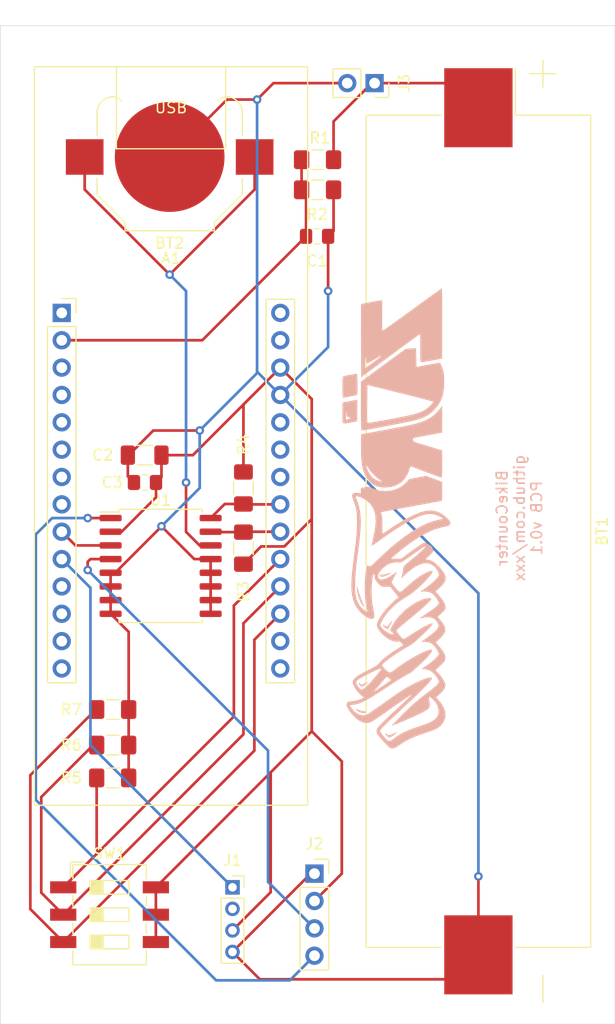
<source format=kicad_pcb>
(kicad_pcb (version 20171130) (host pcbnew "(5.1.10)-1")

  (general
    (thickness 1.6)
    (drawings 5)
    (tracks 155)
    (zones 0)
    (modules 19)
    (nets 34)
  )

  (page A4)
  (layers
    (0 F.Cu signal)
    (31 B.Cu signal)
    (32 B.Adhes user)
    (33 F.Adhes user)
    (34 B.Paste user)
    (35 F.Paste user)
    (36 B.SilkS user)
    (37 F.SilkS user)
    (38 B.Mask user)
    (39 F.Mask user)
    (40 Dwgs.User user)
    (41 Cmts.User user)
    (42 Eco1.User user)
    (43 Eco2.User user)
    (44 Edge.Cuts user)
    (45 Margin user)
    (46 B.CrtYd user)
    (47 F.CrtYd user)
    (48 B.Fab user)
    (49 F.Fab user)
  )

  (setup
    (last_trace_width 0.25)
    (trace_clearance 0.2)
    (zone_clearance 0.508)
    (zone_45_only no)
    (trace_min 0.2)
    (via_size 0.8)
    (via_drill 0.4)
    (via_min_size 0.4)
    (via_min_drill 0.3)
    (uvia_size 0.3)
    (uvia_drill 0.1)
    (uvias_allowed no)
    (uvia_min_size 0.2)
    (uvia_min_drill 0.1)
    (edge_width 0.05)
    (segment_width 0.2)
    (pcb_text_width 0.3)
    (pcb_text_size 1.5 1.5)
    (mod_edge_width 0.12)
    (mod_text_size 1 1)
    (mod_text_width 0.15)
    (pad_size 1.524 1.524)
    (pad_drill 0.762)
    (pad_to_mask_clearance 0)
    (aux_axis_origin 0 0)
    (visible_elements 7FFFFFFF)
    (pcbplotparams
      (layerselection 0x010fc_ffffffff)
      (usegerberextensions false)
      (usegerberattributes true)
      (usegerberadvancedattributes true)
      (creategerberjobfile true)
      (excludeedgelayer true)
      (linewidth 0.100000)
      (plotframeref false)
      (viasonmask false)
      (mode 1)
      (useauxorigin false)
      (hpglpennumber 1)
      (hpglpenspeed 20)
      (hpglpendiameter 15.000000)
      (psnegative false)
      (psa4output false)
      (plotreference true)
      (plotvalue true)
      (plotinvisibletext false)
      (padsonsilk false)
      (subtractmaskfromsilk false)
      (outputformat 1)
      (mirror false)
      (drillshape 1)
      (scaleselection 1)
      (outputdirectory ""))
  )

  (net 0 "")
  (net 1 "Net-(A1-Pad28)")
  (net 2 +3V3)
  (net 3 "Net-(A1-Pad27)")
  (net 4 "Net-(A1-Pad18)")
  (net 5 "Net-(A1-Pad17)")
  (net 6 GND)
  (net 7 "Net-(A1-Pad15)")
  (net 8 "Net-(A1-Pad16)")
  (net 9 "Net-(A1-Pad22)")
  (net 10 "Net-(A1-Pad23)")
  (net 11 "Net-(A1-Pad24)")
  (net 12 "Net-(A1-Pad19)")
  (net 13 "Net-(A1-Pad1)")
  (net 14 PIR_signal)
  (net 15 "Net-(A1-Pad5)")
  (net 16 "Net-(A1-Pad12)")
  (net 17 "Net-(A1-Pad11)")
  (net 18 "Net-(A1-Pad2)")
  (net 19 RTC_timer)
  (net 20 "Net-(A1-Pad6)")
  (net 21 "Net-(A1-Pad13)")
  (net 22 "Net-(A1-Pad14)")
  (net 23 "Net-(A1-Pad4)")
  (net 24 "Net-(A1-Pad3)")
  (net 25 "Net-(A1-Pad7)")
  (net 26 "Net-(A1-Pad8)")
  (net 27 +3V8)
  (net 28 "Net-(BT2-Pad1)")
  (net 29 "Net-(J1-Pad2)")
  (net 30 RTC_32KHZ)
  (net 31 RTC_RST)
  (net 32 SDA)
  (net 33 SCL)

  (net_class Default "This is the default net class."
    (clearance 0.2)
    (trace_width 0.25)
    (via_dia 0.8)
    (via_drill 0.4)
    (uvia_dia 0.3)
    (uvia_drill 0.1)
    (add_net +3V3)
    (add_net +3V8)
    (add_net GND)
    (add_net "Net-(A1-Pad1)")
    (add_net "Net-(A1-Pad11)")
    (add_net "Net-(A1-Pad12)")
    (add_net "Net-(A1-Pad13)")
    (add_net "Net-(A1-Pad14)")
    (add_net "Net-(A1-Pad15)")
    (add_net "Net-(A1-Pad16)")
    (add_net "Net-(A1-Pad17)")
    (add_net "Net-(A1-Pad18)")
    (add_net "Net-(A1-Pad19)")
    (add_net "Net-(A1-Pad2)")
    (add_net "Net-(A1-Pad22)")
    (add_net "Net-(A1-Pad23)")
    (add_net "Net-(A1-Pad24)")
    (add_net "Net-(A1-Pad27)")
    (add_net "Net-(A1-Pad28)")
    (add_net "Net-(A1-Pad3)")
    (add_net "Net-(A1-Pad4)")
    (add_net "Net-(A1-Pad5)")
    (add_net "Net-(A1-Pad6)")
    (add_net "Net-(A1-Pad7)")
    (add_net "Net-(A1-Pad8)")
    (add_net "Net-(BT2-Pad1)")
    (add_net "Net-(J1-Pad2)")
    (add_net PIR_signal)
    (add_net RTC_32KHZ)
    (add_net RTC_RST)
    (add_net RTC_timer)
    (add_net SCL)
    (add_net SDA)
  )

  (module ZueriTrailsLogo:ZueriTrailsLogo (layer B.Cu) (tedit 0) (tstamp 6162A83C)
    (at 201.93 96.52 270)
    (fp_text reference G*** (at 0 0 270) (layer B.SilkS) hide
      (effects (font (size 1.524 1.524) (thickness 0.3)) (justify mirror))
    )
    (fp_text value LOGO (at 0.75 0 270) (layer B.SilkS) hide
      (effects (font (size 1.524 1.524) (thickness 0.3)) (justify mirror))
    )
    (fp_poly (pts (xy 17.529509 4.590613) (xy 17.821888 4.427122) (xy 18.1823 4.157254) (xy 18.227038 4.120329)
      (xy 18.613831 3.746902) (xy 18.874281 3.375003) (xy 19.009011 3.003293) (xy 19.018646 2.630432)
      (xy 18.988825 2.485135) (xy 18.925202 2.340751) (xy 18.792021 2.109658) (xy 18.597821 1.805297)
      (xy 18.35114 1.44111) (xy 18.097419 1.0818) (xy 17.752251 0.598356) (xy 17.430402 0.141976)
      (xy 17.139115 -0.276648) (xy 16.885633 -0.646824) (xy 16.677201 -0.957861) (xy 16.52106 -1.199067)
      (xy 16.424457 -1.35975) (xy 16.394632 -1.429218) (xy 16.395361 -1.430527) (xy 16.442484 -1.391791)
      (xy 16.563989 -1.271127) (xy 16.748572 -1.080348) (xy 16.984934 -0.831269) (xy 17.261772 -0.535702)
      (xy 17.567784 -0.205461) (xy 17.579601 -0.192642) (xy 18.036767 0.302015) (xy 18.417806 0.710352)
      (xy 18.731523 1.040466) (xy 18.986725 1.300459) (xy 19.192217 1.49843) (xy 19.356806 1.642477)
      (xy 19.489297 1.740702) (xy 19.598497 1.801204) (xy 19.693211 1.832082) (xy 19.782245 1.841437)
      (xy 19.791109 1.841501) (xy 19.906458 1.832417) (xy 20.017752 1.795573) (xy 20.147943 1.716578)
      (xy 20.319984 1.581041) (xy 20.55683 1.374571) (xy 20.60623 1.330451) (xy 20.840344 1.118356)
      (xy 21.048209 0.925345) (xy 21.206321 0.773536) (xy 21.288375 0.688416) (xy 21.387364 0.509947)
      (xy 21.39302 0.305338) (xy 21.302067 0.059585) (xy 21.111227 -0.242319) (xy 21.074103 -0.292945)
      (xy 20.75417 -0.774775) (xy 20.468825 -1.319316) (xy 20.207375 -1.949127) (xy 19.996695 -2.565978)
      (xy 19.843225 -3.034413) (xy 19.708288 -3.399608) (xy 19.581762 -3.682049) (xy 19.453525 -3.90222)
      (xy 19.313453 -4.080607) (xy 19.185531 -4.207487) (xy 18.844843 -4.437577) (xy 18.470267 -4.549472)
      (xy 18.071562 -4.544239) (xy 17.658489 -4.422946) (xy 17.240807 -4.186661) (xy 16.962935 -3.964274)
      (xy 16.651411 -3.684188) (xy 16.360593 -4.024594) (xy 16.071949 -4.315437) (xy 15.800305 -4.487855)
      (xy 15.535157 -4.547405) (xy 15.395395 -4.535431) (xy 15.215486 -4.468372) (xy 14.97968 -4.335484)
      (xy 14.722473 -4.160147) (xy 14.478359 -3.965742) (xy 14.293649 -3.788685) (xy 14.141048 -3.62236)
      (xy 13.772085 -4.025019) (xy 13.577716 -4.221938) (xy 13.388893 -4.387637) (xy 13.239265 -4.493232)
      (xy 13.20952 -4.50787) (xy 12.963399 -4.552762) (xy 12.683957 -4.493161) (xy 12.363259 -4.326078)
      (xy 11.995479 -4.050291) (xy 11.545083 -3.672123) (xy 11.185916 -4.045761) (xy 10.883511 -4.327077)
      (xy 10.613331 -4.494675) (xy 10.354634 -4.549656) (xy 10.086681 -4.493124) (xy 9.788729 -4.32618)
      (xy 9.538099 -4.133343) (xy 9.169469 -3.826565) (xy 8.834782 -4.199282) (xy 8.647552 -4.396906)
      (xy 8.508232 -4.511795) (xy 8.389179 -4.563299) (xy 8.302346 -4.572) (xy 8.012537 -4.514151)
      (xy 7.676963 -4.342302) (xy 7.300315 -4.059001) (xy 7.20725 -3.977337) (xy 6.82625 -3.634538)
      (xy 6.485634 -4.010132) (xy 6.186315 -4.306416) (xy 5.912445 -4.494979) (xy 5.647775 -4.575573)
      (xy 5.376056 -4.547948) (xy 5.081038 -4.411854) (xy 4.746473 -4.167043) (xy 4.533385 -3.980169)
      (xy 4.195798 -3.626247) (xy 3.977367 -3.29331) (xy 3.880118 -2.984665) (xy 3.874894 -2.905125)
      (xy 3.864304 -2.778263) (xy 3.843056 -2.7305) (xy 3.787695 -2.772857) (xy 3.668202 -2.885174)
      (xy 3.507899 -3.04532) (xy 3.466572 -3.087767) (xy 3.28508 -3.268721) (xy 3.159539 -3.370918)
      (xy 3.062038 -3.410975) (xy 2.964661 -3.405506) (xy 2.941745 -3.400162) (xy 2.778208 -3.341835)
      (xy 2.674593 -3.281952) (xy 2.554725 -3.148333) (xy 2.432056 -2.960896) (xy 2.333733 -2.767339)
      (xy 2.294021 -2.638457) (xy 2.65125 -2.638457) (xy 2.654637 -2.689803) (xy 2.724203 -2.656669)
      (xy 2.856484 -2.541298) (xy 3.048016 -2.345932) (xy 3.295336 -2.072813) (xy 3.594979 -1.724185)
      (xy 3.943482 -1.30229) (xy 4.163387 -1.028978) (xy 4.329454 -0.82852) (xy 4.450518 -0.71024)
      (xy 4.555548 -0.653083) (xy 4.673515 -0.635994) (xy 4.704782 -0.635519) (xy 4.906196 -0.615883)
      (xy 5.147977 -0.566965) (xy 5.244532 -0.540437) (xy 5.425393 -0.48661) (xy 5.548135 -0.452035)
      (xy 5.57775 -0.445187) (xy 5.547704 -0.487979) (xy 5.449219 -0.603224) (xy 5.300211 -0.77025)
      (xy 5.212911 -0.866121) (xy 4.784916 -1.373929) (xy 4.472862 -1.838181) (xy 4.275003 -2.263063)
      (xy 4.189597 -2.652759) (xy 4.214896 -3.011452) (xy 4.258539 -3.154991) (xy 4.398999 -3.401893)
      (xy 4.61061 -3.629651) (xy 4.859136 -3.811017) (xy 5.110341 -3.918748) (xy 5.240919 -3.936762)
      (xy 5.373104 -3.912832) (xy 5.515199 -3.828386) (xy 5.69577 -3.664949) (xy 5.756044 -3.603625)
      (xy 5.924726 -3.419109) (xy 6.113395 -3.196823) (xy 6.304102 -2.96003) (xy 6.478898 -2.731992)
      (xy 6.619832 -2.535975) (xy 6.708955 -2.395242) (xy 6.731 -2.34003) (xy 6.780126 -2.288093)
      (xy 6.798779 -2.286) (xy 6.837699 -2.335392) (xy 6.826513 -2.412169) (xy 6.807462 -2.611793)
      (xy 6.840453 -2.867705) (xy 6.914563 -3.125898) (xy 7.010027 -3.319557) (xy 7.146713 -3.476894)
      (xy 7.339038 -3.642767) (xy 7.550923 -3.791709) (xy 7.746286 -3.89825) (xy 7.884755 -3.937)
      (xy 7.989943 -3.904739) (xy 8.120789 -3.801664) (xy 8.285499 -3.618332) (xy 8.492278 -3.345301)
      (xy 8.749331 -2.973128) (xy 8.837647 -2.840476) (xy 9.007831 -2.587021) (xy 9.152124 -2.379425)
      (xy 9.256897 -2.236763) (xy 9.308518 -2.17811) (xy 9.311098 -2.177932) (xy 9.309476 -2.246486)
      (xy 9.278027 -2.387649) (xy 9.269914 -2.416786) (xy 9.214629 -2.729462) (xy 9.214952 -3.050194)
      (xy 9.268241 -3.331376) (xy 9.328195 -3.467403) (xy 9.464094 -3.632016) (xy 9.644638 -3.784544)
      (xy 9.67917 -3.807169) (xy 9.867054 -3.895574) (xy 10.044449 -3.910855) (xy 10.225662 -3.845029)
      (xy 10.424997 -3.690113) (xy 10.656761 -3.438125) (xy 10.903027 -3.124236) (xy 11.075762 -2.891874)
      (xy 11.229897 -2.680835) (xy 11.342077 -2.523255) (xy 11.374496 -2.475533) (xy 11.477742 -2.31775)
      (xy 11.481682 -2.590611) (xy 11.527128 -2.965323) (xy 11.660772 -3.269735) (xy 11.885054 -3.526231)
      (xy 12.104131 -3.69742) (xy 12.336108 -3.83623) (xy 12.541379 -3.921032) (xy 12.63718 -3.937)
      (xy 12.740695 -3.888792) (xy 12.898627 -3.75791) (xy 13.091491 -3.564963) (xy 13.299802 -3.330559)
      (xy 13.504077 -3.075309) (xy 13.665054 -2.849771) (xy 14.00175 -2.345209) (xy 14.040804 -2.651434)
      (xy 14.085856 -2.880127) (xy 14.152321 -3.088705) (xy 14.178261 -3.145705) (xy 14.32652 -3.358578)
      (xy 14.534489 -3.569333) (xy 14.769614 -3.752763) (xy 14.999344 -3.883665) (xy 15.191125 -3.936831)
      (xy 15.200224 -3.937) (xy 15.2997 -3.908818) (xy 15.427873 -3.818503) (xy 15.59275 -3.657398)
      (xy 15.802342 -3.416848) (xy 16.064655 -3.088196) (xy 16.387699 -2.662786) (xy 16.423387 -2.614946)
      (xy 16.816144 -2.106333) (xy 17.216972 -1.628173) (xy 17.656269 -1.14582) (xy 18.164434 -0.624631)
      (xy 18.207614 -0.581573) (xy 18.504306 -0.288616) (xy 18.770628 -0.030181) (xy 18.993713 0.181617)
      (xy 19.160696 0.334665) (xy 19.258708 0.416847) (xy 19.278993 0.427173) (xy 19.263418 0.363067)
      (xy 19.203535 0.200083) (xy 19.106291 -0.044457) (xy 18.978636 -0.353235) (xy 18.827517 -0.708928)
      (xy 18.767584 -0.847719) (xy 18.514576 -1.427767) (xy 18.303152 -1.901022) (xy 18.126064 -2.277929)
      (xy 17.976063 -2.568932) (xy 17.845902 -2.784475) (xy 17.728332 -2.935002) (xy 17.616104 -3.030958)
      (xy 17.501971 -3.082785) (xy 17.378684 -3.100929) (xy 17.238994 -3.095834) (xy 17.209311 -3.093031)
      (xy 16.998611 -3.064639) (xy 16.819791 -3.028503) (xy 16.779875 -3.017012) (xy 16.665799 -3.007905)
      (xy 16.638373 -3.076685) (xy 16.695495 -3.210403) (xy 16.835058 -3.396108) (xy 16.842912 -3.405102)
      (xy 17.127693 -3.655939) (xy 17.459206 -3.82989) (xy 17.806256 -3.916791) (xy 18.137649 -3.906476)
      (xy 18.267991 -3.86946) (xy 18.473677 -3.765481) (xy 18.655454 -3.610689) (xy 18.821904 -3.39087)
      (xy 18.98161 -3.091807) (xy 19.143153 -2.699284) (xy 19.315118 -2.199086) (xy 19.358167 -2.06375)
      (xy 19.608042 -1.343697) (xy 19.872402 -0.724756) (xy 20.146908 -0.216241) (xy 20.364353 0.096589)
      (xy 20.558956 0.344016) (xy 20.676721 0.519636) (xy 20.717018 0.653236) (xy 20.679218 0.774601)
      (xy 20.562691 0.913519) (xy 20.366807 1.099776) (xy 20.342672 1.1223) (xy 20.107605 1.331319)
      (xy 19.93664 1.455954) (xy 19.811358 1.508356) (xy 19.754031 1.510649) (xy 19.710495 1.497782)
      (xy 19.652053 1.463938) (xy 19.572187 1.402474) (xy 19.46438 1.306745) (xy 19.322115 1.170106)
      (xy 19.138875 0.985913) (xy 18.908142 0.747522) (xy 18.623399 0.448288) (xy 18.27813 0.081567)
      (xy 17.865816 -0.359285) (xy 17.379941 -0.880914) (xy 16.869539 -1.430139) (xy 16.435786 -1.890695)
      (xy 16.038838 -2.299257) (xy 15.686578 -2.648375) (xy 15.386891 -2.930603) (xy 15.14766 -3.138491)
      (xy 14.976768 -3.264592) (xy 14.888306 -3.302) (xy 14.813326 -3.249552) (xy 14.803955 -3.09711)
      (xy 14.857936 -2.852026) (xy 14.97301 -2.521651) (xy 15.14692 -2.113335) (xy 15.377409 -1.634432)
      (xy 15.435491 -1.520319) (xy 15.575085 -1.25392) (xy 15.713734 -1.002888) (xy 15.861732 -0.751383)
      (xy 16.029374 -0.483566) (xy 16.226954 -0.183598) (xy 16.464766 0.16436) (xy 16.753105 0.576147)
      (xy 17.102264 1.067602) (xy 17.269646 1.30175) (xy 17.527825 1.666049) (xy 17.765245 2.007862)
      (xy 17.970342 2.309998) (xy 18.131556 2.555268) (xy 18.237325 2.726484) (xy 18.271317 2.790979)
      (xy 18.334014 3.097168) (xy 18.272137 3.420281) (xy 18.130573 3.69239) (xy 18.00631 3.846081)
      (xy 17.837905 4.012581) (xy 17.657454 4.164796) (xy 17.497051 4.275632) (xy 17.389472 4.318001)
      (xy 17.355112 4.261791) (xy 17.336558 4.122021) (xy 17.3355 4.073941) (xy 17.313948 3.832084)
      (xy 17.245823 3.558739) (xy 17.125916 3.243478) (xy 16.949019 2.875872) (xy 16.709924 2.445494)
      (xy 16.403425 1.941916) (xy 16.024313 1.354708) (xy 15.836265 1.071797) (xy 15.548796 0.637639)
      (xy 15.275724 0.216292) (xy 15.025634 -0.178222) (xy 14.807111 -0.531884) (xy 14.62874 -0.830673)
      (xy 14.499108 -1.06057) (xy 14.426799 -1.207556) (xy 14.4145 -1.249943) (xy 14.372869 -1.317503)
      (xy 14.25909 -1.457766) (xy 14.089832 -1.652662) (xy 13.881765 -1.884116) (xy 13.651559 -2.134056)
      (xy 13.415883 -2.384411) (xy 13.191407 -2.617107) (xy 12.994801 -2.814072) (xy 12.842734 -2.957233)
      (xy 12.827 -2.971042) (xy 12.570577 -3.180972) (xy 12.389053 -3.299128) (xy 12.274197 -3.329744)
      (xy 12.220018 -3.283423) (xy 12.219324 -3.140568) (xy 12.28344 -2.909887) (xy 12.403851 -2.607249)
      (xy 12.572039 -2.24852) (xy 12.779487 -1.849567) (xy 13.017679 -1.426258) (xy 13.278097 -0.994459)
      (xy 13.552226 -0.570039) (xy 13.831549 -0.168864) (xy 14.041317 0.109762) (xy 14.188398 0.310929)
      (xy 14.297646 0.485731) (xy 14.349313 0.601914) (xy 14.351 0.615581) (xy 14.306183 0.721113)
      (xy 14.191773 0.873247) (xy 14.158596 0.909441) (xy 14.75672 0.909441) (xy 14.783682 0.820976)
      (xy 14.866069 0.706815) (xy 14.970804 0.583344) (xy 15.041053 0.516746) (xy 15.0495 0.513108)
      (xy 15.09365 0.562547) (xy 15.194392 0.700106) (xy 15.33891 0.90755) (xy 15.514389 1.166645)
      (xy 15.614229 1.316652) (xy 16.147208 2.122116) (xy 15.518979 1.589522) (xy 15.274891 1.382263)
      (xy 15.060553 1.199656) (xy 14.897525 1.060111) (xy 14.807364 0.982036) (xy 14.802569 0.977766)
      (xy 14.75672 0.909441) (xy 14.158596 0.909441) (xy 14.037824 1.041192) (xy 13.874394 1.194156)
      (xy 13.73154 1.30135) (xy 13.650204 1.3335) (xy 13.56672 1.281847) (xy 13.42946 1.137939)
      (xy 13.250103 0.918359) (xy 13.040325 0.639687) (xy 12.811806 0.318504) (xy 12.576221 -0.02861)
      (xy 12.345249 -0.385073) (xy 12.130568 -0.734305) (xy 11.943855 -1.059725) (xy 11.877562 -1.183439)
      (xy 11.737823 -1.407149) (xy 11.521792 -1.686032) (xy 11.222444 -2.02853) (xy 10.83275 -2.443086)
      (xy 10.805857 -2.470937) (xy 10.449124 -2.83454) (xy 10.172079 -3.103274) (xy 9.971146 -3.278166)
      (xy 9.842749 -3.360244) (xy 9.78331 -3.350535) (xy 9.789254 -3.250065) (xy 9.857003 -3.059862)
      (xy 9.982981 -2.780952) (xy 10.024172 -2.695391) (xy 10.157824 -2.441731) (xy 10.34026 -2.124585)
      (xy 10.547437 -1.784513) (xy 10.754422 -1.463411) (xy 10.931177 -1.194204) (xy 11.07911 -0.960932)
      (xy 11.185264 -0.784643) (xy 11.236678 -0.686384) (xy 11.2395 -0.675635) (xy 11.193197 -0.595144)
      (xy 11.074494 -0.466523) (xy 10.913695 -0.316342) (xy 10.741106 -0.171174) (xy 10.587032 -0.057589)
      (xy 10.481778 -0.002159) (xy 10.469365 -0.00039) (xy 10.39993 -0.047968) (xy 10.26497 -0.1816)
      (xy 10.077155 -0.387267) (xy 9.849153 -0.65095) (xy 9.593635 -0.958631) (xy 9.508503 -1.063625)
      (xy 9.128809 -1.528071) (xy 8.768128 -1.956752) (xy 8.435408 -2.339886) (xy 8.139595 -2.667692)
      (xy 7.889638 -2.930388) (xy 7.694484 -3.118194) (xy 7.56308 -3.221327) (xy 7.519022 -3.2385)
      (xy 7.451385 -3.18334) (xy 7.431425 -3.031828) (xy 7.458145 -2.804915) (xy 7.53055 -2.52355)
      (xy 7.556795 -2.44389) (xy 7.798456 -1.892935) (xy 8.136222 -1.339621) (xy 8.547956 -0.809429)
      (xy 9.011521 -0.327839) (xy 9.504779 0.079668) (xy 10.005593 0.387611) (xy 10.025312 0.39742)
      (xy 10.430375 0.596996) (xy 10.577891 0.425498) (xy 10.701474 0.294429) (xy 10.767941 0.265564)
      (xy 10.79272 0.336863) (xy 10.794404 0.396875) (xy 10.752872 0.569909) (xy 10.645297 0.79414)
      (xy 10.495526 1.031054) (xy 10.327406 1.242132) (xy 10.192602 1.368906) (xy 10.043125 1.47246)
      (xy 9.934882 1.503761) (xy 9.813657 1.474328) (xy 9.773081 1.458049) (xy 9.277609 1.197125)
      (xy 8.778344 0.830727) (xy 8.294905 0.378202) (xy 7.846912 -0.141102) (xy 7.453982 -0.707835)
      (xy 7.291798 -0.988988) (xy 7.102473 -1.287527) (xy 6.833412 -1.639384) (xy 6.505836 -2.020828)
      (xy 6.140966 -2.40813) (xy 5.760023 -2.777556) (xy 5.441828 -3.05779) (xy 5.187964 -3.253736)
      (xy 5.012865 -3.350735) (xy 4.91568 -3.348009) (xy 4.89556 -3.244778) (xy 4.951654 -3.040264)
      (xy 5.083112 -2.733687) (xy 5.084617 -2.7305) (xy 5.327647 -2.29528) (xy 5.667891 -1.80728)
      (xy 6.094772 -1.280881) (xy 6.406445 -0.932757) (xy 6.626388 -0.689788) (xy 6.765786 -0.515971)
      (xy 6.834553 -0.39132) (xy 6.842604 -0.295848) (xy 6.799854 -0.209568) (xy 6.778625 -0.182511)
      (xy 6.66975 -0.072131) (xy 6.508783 0.068019) (xy 6.326862 0.213669) (xy 6.155125 0.340552)
      (xy 6.02471 0.4244) (xy 5.974114 0.4445) (xy 5.887771 0.414885) (xy 5.723666 0.33633)
      (xy 5.51351 0.224276) (xy 5.459052 0.193722) (xy 5.25437 0.081938) (xy 5.099869 0.005561)
      (xy 5.021369 -0.022926) (xy 5.0165 -0.020237) (xy 5.050782 0.046736) (xy 5.140036 0.184297)
      (xy 5.247163 0.33765) (xy 5.478053 0.697119) (xy 5.632035 1.01948) (xy 5.707754 1.293492)
      (xy 5.703851 1.507913) (xy 5.61897 1.6515) (xy 5.451753 1.713012) (xy 5.413396 1.714501)
      (xy 5.177578 1.661695) (xy 4.917306 1.499557) (xy 4.658015 1.259219) (xy 4.357811 0.87984)
      (xy 4.177484 0.48464) (xy 4.11004 0.052121) (xy 4.134589 -0.34925) (xy 4.102395 -0.448842)
      (xy 3.994439 -0.639682) (xy 3.815286 -0.91465) (xy 3.569502 -1.266625) (xy 3.368768 -1.543424)
      (xy 3.072801 -1.955115) (xy 2.856868 -2.273356) (xy 2.717506 -2.500389) (xy 2.65125 -2.638457)
      (xy 2.294021 -2.638457) (xy 2.286904 -2.615361) (xy 2.286 -2.599183) (xy 2.322441 -2.508439)
      (xy 2.423987 -2.334464) (xy 2.578971 -2.095193) (xy 2.775727 -1.808564) (xy 3.002587 -1.492512)
      (xy 3.030812 -1.454095) (xy 3.775625 -0.442847) (xy 3.784901 0.527847) (xy 3.539439 0.248049)
      (xy 2.853117 -0.575295) (xy 2.25703 -1.376232) (xy 1.755038 -2.147998) (xy 1.351004 -2.883826)
      (xy 1.04879 -3.576951) (xy 0.852256 -4.220605) (xy 0.787541 -4.57362) (xy 0.7272 -4.821039)
      (xy 0.617815 -4.96277) (xy 0.44517 -5.015258) (xy 0.404643 -5.0165) (xy 0.307841 -4.97314)
      (xy 0.157392 -4.858944) (xy -0.015684 -4.697733) (xy -0.031402 -4.681638) (xy -0.3759 -4.250361)
      (xy -0.597215 -3.792921) (xy -0.696224 -3.305205) (xy -0.6738 -2.783102) (xy -0.54561 -2.265689)
      (xy -0.330019 -1.716681) (xy -0.031565 -1.099546) (xy 0.339673 -0.432709) (xy 0.773616 0.265408)
      (xy 1.118357 0.775836) (xy 1.26643 0.989989) (xy 1.382231 1.161376) (xy 1.449748 1.266091)
      (xy 1.4605 1.286637) (xy 1.400968 1.294452) (xy 1.238247 1.301003) (xy 0.996144 1.305665)
      (xy 0.698468 1.307814) (xy 0.650875 1.307881) (xy 0.266105 1.31486) (xy -0.046197 1.334158)
      (xy -0.265095 1.364122) (xy -0.342182 1.386231) (xy -0.473932 1.435213) (xy -0.541246 1.447037)
      (xy -0.542033 1.446402) (xy -0.556694 1.382465) (xy -0.591323 1.208865) (xy -0.643087 0.940874)
      (xy -0.709153 0.593766) (xy -0.786691 0.182814) (xy -0.872868 -0.276708) (xy -0.964851 -0.769528)
      (xy -1.05981 -1.280372) (xy -1.15491 -1.793967) (xy -1.247321 -2.29504) (xy -1.33421 -2.768318)
      (xy -1.412745 -3.198527) (xy -1.480095 -3.570395) (xy -1.533426 -3.868647) (xy -1.569907 -4.078012)
      (xy -1.586706 -4.183214) (xy -1.5875 -4.191666) (xy -1.64872 -4.21753) (xy -1.823466 -4.237256)
      (xy -2.098373 -4.249895) (xy -2.460073 -4.254496) (xy -2.471938 -4.2545) (xy -3.356376 -4.2545)
      (xy -3.481807 -3.921125) (xy -3.574096 -3.675498) (xy -3.683277 -3.384435) (xy -3.761732 -3.175)
      (xy -3.916226 -2.76225) (xy -3.769135 -1.979343) (xy -3.622045 -1.196437) (xy -3.305214 -0.91158)
      (xy -2.972741 -0.530933) (xy -2.72404 -0.076206) (xy -2.563772 0.427327) (xy -2.496601 0.954394)
      (xy -2.527187 1.479725) (xy -2.660194 1.978045) (xy -2.739238 2.156426) (xy -2.840308 2.369423)
      (xy -2.889474 2.523681) (xy -2.895425 2.672073) (xy -2.866854 2.867473) (xy -2.861188 2.898374)
      (xy -2.825086 3.096834) (xy -2.800698 3.236968) (xy -2.794 3.281913) (xy -2.737635 3.29456)
      (xy -2.59704 3.301528) (xy -2.542992 3.302) (xy -2.291984 3.302) (xy -2.329454 3.618373)
      (xy -2.330713 3.677616) (xy -2.032256 3.677616) (xy -1.994364 3.497215) (xy -1.896285 3.246668)
      (xy -1.837841 3.124237) (xy -1.551879 2.678849) (xy -1.190591 2.335391) (xy -0.754999 2.094309)
      (xy -0.246127 1.956045) (xy 0.335001 1.921044) (xy 0.834432 1.965228) (xy 1.131831 2.013814)
      (xy 1.482378 2.079453) (xy 1.846532 2.153895) (xy 2.184754 2.228891) (xy 2.457506 2.296191)
      (xy 2.559546 2.325164) (xy 2.569809 2.292475) (xy 2.507177 2.171597) (xy 2.378292 1.973357)
      (xy 2.189793 1.708578) (xy 2.139569 1.64057) (xy 1.736476 1.08409) (xy 1.341466 0.512683)
      (xy 0.969798 -0.050102) (xy 0.636731 -0.580721) (xy 0.357523 -1.055626) (xy 0.186045 -1.373999)
      (xy -0.079773 -1.937445) (xy -0.260755 -2.424604) (xy -0.35924 -2.851543) (xy -0.377568 -3.234331)
      (xy -0.318076 -3.589036) (xy -0.185544 -3.926857) (xy -0.081243 -4.122047) (xy 0.006571 -4.262233)
      (xy 0.059374 -4.317941) (xy 0.060275 -4.318) (xy 0.096266 -4.26103) (xy 0.133895 -4.115032)
      (xy 0.153624 -3.993957) (xy 0.274749 -3.446316) (xy 0.497457 -2.840315) (xy 0.815843 -2.185235)
      (xy 1.224002 -1.490358) (xy 1.716031 -0.764965) (xy 2.286024 -0.018338) (xy 2.928077 0.74024)
      (xy 3.636286 1.501489) (xy 3.674176 1.540323) (xy 3.969804 1.843975) (xy 4.186502 2.071697)
      (xy 4.334971 2.23753) (xy 4.425911 2.355519) (xy 4.470023 2.439705) (xy 4.478007 2.504133)
      (xy 4.460564 2.562845) (xy 4.457881 2.568837) (xy 4.419554 2.687244) (xy 4.459982 2.742417)
      (xy 4.495517 2.755024) (xy 4.854003 2.831949) (xy 5.306422 2.888632) (xy 5.821263 2.924638)
      (xy 6.367012 2.93953) (xy 6.912158 2.932872) (xy 7.425187 2.904226) (xy 7.874587 2.853156)
      (xy 8.128 2.805341) (xy 8.37255 2.751545) (xy 8.56555 2.715128) (xy 8.67733 2.701426)
      (xy 8.692917 2.703724) (xy 8.681577 2.772282) (xy 8.604776 2.902331) (xy 8.48521 3.063944)
      (xy 8.34558 3.227197) (xy 8.208584 3.362165) (xy 8.168888 3.394585) (xy 7.984928 3.510391)
      (xy 7.74387 3.631212) (xy 7.579014 3.699706) (xy 7.264948 3.779172) (xy 6.839752 3.827729)
      (xy 6.315426 3.845594) (xy 5.703967 3.832983) (xy 5.017373 3.790112) (xy 4.267641 3.717199)
      (xy 3.556 3.627075) (xy 2.693257 3.511381) (xy 1.940765 3.422458) (xy 1.284546 3.360688)
      (xy 0.710623 3.32645) (xy 0.205019 3.320126) (xy -0.246242 3.342095) (xy -0.657139 3.392737)
      (xy -1.041648 3.472434) (xy -1.413747 3.581566) (xy -1.787412 3.720513) (xy -1.920875 3.776141)
      (xy -2.00831 3.77491) (xy -2.032256 3.677616) (xy -2.330713 3.677616) (xy -2.335058 3.881926)
      (xy -2.273196 4.047934) (xy -2.137198 4.119582) (xy -1.920398 4.100052) (xy -1.616127 3.99253)
      (xy -1.579426 3.976527) (xy -1.266911 3.853325) (xy -0.951708 3.764416) (xy -0.605666 3.705546)
      (xy -0.20063 3.672466) (xy 0.291551 3.660923) (xy 0.508 3.661305) (xy 1.21761 3.684371)
      (xy 1.980263 3.745766) (xy 2.76225 3.838959) (xy 3.575314 3.945961) (xy 4.276033 4.032429)
      (xy 4.877274 4.099077) (xy 5.391902 4.146619) (xy 5.832782 4.17577) (xy 6.212779 4.187245)
      (xy 6.544759 4.181758) (xy 6.841587 4.160023) (xy 7.116129 4.122757) (xy 7.289302 4.090424)
      (xy 7.578361 4.016687) (xy 7.866441 3.919891) (xy 8.091364 3.820938) (xy 8.092083 3.820549)
      (xy 8.40692 3.622022) (xy 8.69248 3.389103) (xy 8.939588 3.136683) (xy 9.139064 2.879655)
      (xy 9.281731 2.632912) (xy 9.358411 2.411345) (xy 9.359926 2.229846) (xy 9.277098 2.103307)
      (xy 9.177939 2.058626) (xy 9.03587 2.053265) (xy 8.822485 2.078459) (xy 8.623281 2.119613)
      (xy 7.751327 2.274898) (xy 6.823431 2.319185) (xy 6.136121 2.284063) (xy 5.822576 2.254403)
      (xy 5.555351 2.225728) (xy 5.359599 2.200985) (xy 5.260472 2.183122) (xy 5.254625 2.180742)
      (xy 5.202999 2.111734) (xy 5.258192 2.05538) (xy 5.400255 2.032001) (xy 5.400653 2.032)
      (xy 5.66688 1.982179) (xy 5.934465 1.826448) (xy 6.1595 1.621038) (xy 6.281544 1.483734)
      (xy 6.348233 1.363089) (xy 6.376117 1.211325) (xy 6.381749 0.980661) (xy 6.38175 0.979483)
      (xy 6.38175 0.569227) (xy 6.858 0.18981) (xy 7.105856 -0.004206) (xy 7.272072 -0.123968)
      (xy 7.371487 -0.17781) (xy 7.418938 -0.174067) (xy 7.4295 -0.131219) (xy 7.475544 -0.039103)
      (xy 7.601402 0.11589) (xy 7.788656 0.316139) (xy 8.018889 0.544021) (xy 8.273687 0.781915)
      (xy 8.534631 1.012198) (xy 8.783307 1.21725) (xy 9.001298 1.379447) (xy 9.025188 1.395641)
      (xy 9.377065 1.619277) (xy 9.658154 1.759815) (xy 9.894543 1.81628) (xy 10.112321 1.787692)
      (xy 10.337577 1.673074) (xy 10.596402 1.47145) (xy 10.754042 1.330867) (xy 11.045509 1.017778)
      (xy 11.27284 0.67921) (xy 11.422581 0.341432) (xy 11.481274 0.030713) (xy 11.476357 -0.079238)
      (xy 11.464551 -0.261352) (xy 11.50216 -0.376889) (xy 11.609028 -0.482781) (xy 11.620136 -0.49172)
      (xy 11.798359 -0.63419) (xy 12.087576 -0.170159) (xy 12.309305 0.172264) (xy 12.545838 0.514711)
      (xy 12.783624 0.839813) (xy 13.009107 1.130206) (xy 13.208736 1.368521) (xy 13.271965 1.435165)
      (xy 13.97339 1.435165) (xy 14.007363 1.402461) (xy 14.03024 1.407584) (xy 14.100167 1.454198)
      (xy 14.246356 1.56562) (xy 14.447568 1.72527) (xy 14.682568 1.916573) (xy 14.687731 1.920825)
      (xy 15.070778 2.247471) (xy 15.396641 2.547586) (xy 15.655036 2.810413) (xy 15.835679 3.025194)
      (xy 15.928287 3.181173) (xy 15.9385 3.229206) (xy 15.886485 3.343598) (xy 15.755088 3.480702)
      (xy 15.581281 3.61233) (xy 15.402034 3.710293) (xy 15.260036 3.7465) (xy 15.185044 3.73235)
      (xy 15.107625 3.681199) (xy 15.019181 3.580003) (xy 14.911112 3.415714) (xy 14.77482 3.175287)
      (xy 14.601704 2.845675) (xy 14.388019 2.423517) (xy 14.196105 2.031672) (xy 14.064921 1.741707)
      (xy 13.99163 1.545559) (xy 13.97339 1.435165) (xy 13.271965 1.435165) (xy 13.368957 1.537394)
      (xy 13.476216 1.619456) (xy 13.487229 1.623288) (xy 13.556826 1.663789) (xy 13.641814 1.761914)
      (xy 13.750794 1.931366) (xy 13.892367 2.185848) (xy 14.075135 2.539061) (xy 14.12865 2.645152)
      (xy 14.366473 3.105786) (xy 14.566052 3.460525) (xy 14.736755 3.721211) (xy 14.88795 3.899688)
      (xy 15.029003 4.007797) (xy 15.169283 4.057382) (xy 15.25094 4.064) (xy 15.457435 4.018019)
      (xy 15.712957 3.894614) (xy 15.987275 3.715592) (xy 16.250156 3.502761) (xy 16.47137 3.277929)
      (xy 16.60947 3.084031) (xy 16.648855 3.036597) (xy 16.690753 3.057473) (xy 16.746778 3.163099)
      (xy 16.828547 3.369911) (xy 16.847595 3.421039) (xy 16.937397 3.706514) (xy 16.998388 3.98548)
      (xy 17.018 4.181933) (xy 17.04941 4.443386) (xy 17.144388 4.598688) (xy 17.304048 4.647783)
      (xy 17.529509 4.590613)) (layer B.SilkS) (width 0.01))
    (fp_poly (pts (xy -9.706592 3.298553) (xy -9.141292 3.293808) (xy -8.701511 3.285342) (xy -8.386536 3.273136)
      (xy -8.195653 3.25717) (xy -8.12815 3.237423) (xy -8.128 3.236351) (xy -8.140123 3.12904)
      (xy -8.174303 2.914281) (xy -8.227257 2.609069) (xy -8.2957 2.230403) (xy -8.376349 1.795278)
      (xy -8.465921 1.320692) (xy -8.561133 0.823642) (xy -8.6587 0.321126) (xy -8.755339 -0.169861)
      (xy -8.847766 -0.63232) (xy -8.932699 -1.049255) (xy -9.006853 -1.403669) (xy -9.066944 -1.678564)
      (xy -9.10969 -1.856944) (xy -9.117216 -1.884239) (xy -9.302593 -2.428374) (xy -9.520825 -2.875889)
      (xy -9.788618 -3.256132) (xy -10.060966 -3.54211) (xy -10.508647 -3.902287) (xy -10.983072 -4.164145)
      (xy -11.505233 -4.335081) (xy -12.096123 -4.422491) (xy -12.602217 -4.437633) (xy -12.899984 -4.432251)
      (xy -13.160174 -4.423418) (xy -13.350646 -4.412469) (xy -13.43025 -4.403292) (xy -13.729394 -4.328824)
      (xy -14.00267 -4.241191) (xy -14.224669 -4.150591) (xy -14.369982 -4.06722) (xy -14.414249 -4.008412)
      (xy -14.4028 -3.913157) (xy -14.371339 -3.71689) (xy -14.323928 -3.443297) (xy -14.264624 -3.116063)
      (xy -14.223749 -2.89707) (xy -14.159654 -2.55602) (xy -14.10477 -2.261329) (xy -14.06305 -2.03443)
      (xy -14.038445 -1.896758) (xy -14.0335 -1.865195) (xy -14.093119 -1.856483) (xy -14.256454 -1.849213)
      (xy -14.500223 -1.844035) (xy -14.801145 -1.841603) (xy -14.880167 -1.8415) (xy -15.194685 -1.839395)
      (xy -15.460863 -1.833631) (xy -15.654321 -1.825034) (xy -15.750677 -1.814428) (xy -15.756497 -1.811836)
      (xy -15.765097 -1.738854) (xy -15.760751 -1.572959) (xy -15.744508 -1.347465) (xy -15.740547 -1.304636)
      (xy -15.694933 -0.827099) (xy -14.181592 1.235048) (xy -13.107429 2.69875) (xy -12.358865 2.69875)
      (xy -11.603506 -0.365125) (xy -11.45408 -0.966947) (xy -11.312334 -1.529617) (xy -11.181366 -2.041411)
      (xy -11.064274 -2.490603) (xy -10.964155 -2.865469) (xy -10.884108 -3.154282) (xy -10.827229 -3.345319)
      (xy -10.796616 -3.426854) (xy -10.794057 -3.429) (xy -10.724633 -3.387683) (xy -10.593867 -3.279198)
      (xy -10.429653 -3.126738) (xy -10.424471 -3.121698) (xy -10.181218 -2.850344) (xy -9.982407 -2.544434)
      (xy -9.815147 -2.177895) (xy -9.666543 -1.724652) (xy -9.588767 -1.431672) (xy -9.529837 -1.179236)
      (xy -9.459485 -0.851764) (xy -9.380914 -0.466824) (xy -9.297331 -0.041984) (xy -9.21194 0.405189)
      (xy -9.127946 0.857127) (xy -9.048555 1.296261) (xy -8.976972 1.705024) (xy -8.916401 2.065848)
      (xy -8.870049 2.361166) (xy -8.84112 2.573409) (xy -8.832819 2.685009) (xy -8.835487 2.697154)
      (xy -8.905815 2.70583) (xy -9.086468 2.712522) (xy -9.360786 2.717057) (xy -9.712107 2.719262)
      (xy -10.123769 2.718962) (xy -10.579113 2.715986) (xy -10.614871 2.715647) (xy -12.358865 2.69875)
      (xy -13.107429 2.69875) (xy -12.66825 3.297194) (xy -10.398125 3.299597) (xy -9.706592 3.298553)) (layer B.SilkS) (width 0.01))
    (fp_poly (pts (xy -17.384134 3.290081) (xy -16.758133 3.288044) (xy -16.455351 3.286687) (xy -13.078657 3.27025)
      (xy -15.080079 0.558884) (xy -15.461054 0.042087) (xy -15.818283 -0.443821) (xy -16.144817 -0.889294)
      (xy -16.433703 -1.284786) (xy -16.67799 -1.620749) (xy -16.870728 -1.887638) (xy -17.004966 -2.075907)
      (xy -17.073751 -2.176008) (xy -17.0815 -2.189791) (xy -17.021115 -2.200643) (xy -16.852398 -2.209646)
      (xy -16.594012 -2.21636) (xy -16.264618 -2.220347) (xy -15.882877 -2.22117) (xy -15.763875 -2.220748)
      (xy -15.308417 -2.220033) (xy -14.966236 -2.223408) (xy -14.723654 -2.231679) (xy -14.566991 -2.245653)
      (xy -14.482568 -2.266136) (xy -14.456706 -2.293936) (xy -14.456891 -2.297823) (xy -14.471623 -2.387131)
      (xy -14.50505 -2.577109) (xy -14.552846 -2.843529) (xy -14.61068 -3.162164) (xy -14.639147 -3.317875)
      (xy -14.810762 -4.2545) (xy -18.073381 -4.2545) (xy -18.703672 -4.25389) (xy -19.29388 -4.252141)
      (xy -19.832145 -4.249369) (xy -20.306607 -4.245692) (xy -20.705406 -4.241228) (xy -21.016681 -4.236093)
      (xy -21.228573 -4.230405) (xy -21.329221 -4.224281) (xy -21.336 -4.222195) (xy -21.299735 -4.166135)
      (xy -21.195581 -4.017167) (xy -21.030503 -3.784978) (xy -20.811467 -3.479257) (xy -20.545436 -3.109693)
      (xy -20.239377 -2.685972) (xy -19.900252 -2.217783) (xy -19.535028 -1.714814) (xy -19.398838 -1.527563)
      (xy -19.024236 -1.011828) (xy -18.672005 -0.525147) (xy -18.349308 -0.077537) (xy -18.063305 0.320983)
      (xy -17.821161 0.660398) (xy -17.630036 0.930688) (xy -17.497092 1.121839) (xy -17.429493 1.223831)
      (xy -17.422692 1.236354) (xy -17.420496 1.269329) (xy -17.45237 1.294185) (xy -17.532978 1.311927)
      (xy -17.67699 1.323563) (xy -17.899072 1.330099) (xy -18.213891 1.332542) (xy -18.636115 1.331898)
      (xy -18.804229 1.331167) (xy -20.22475 1.324392) (xy -20.203688 1.4926) (xy -20.178583 1.661342)
      (xy -20.138004 1.899863) (xy -20.087191 2.180925) (xy -20.031381 2.47729) (xy -19.975814 2.76172)
      (xy -19.946693 2.904316) (xy -15.08125 2.904316) (xy -14.732 2.839717) (xy -14.536836 2.801165)
      (xy -14.400056 2.769537) (xy -14.359361 2.755878) (xy -14.377897 2.691205) (xy -14.458651 2.523463)
      (xy -14.598551 2.258518) (xy -14.794525 1.902231) (xy -14.971419 1.5875) (xy -15.0531 1.432962)
      (xy -15.064516 1.382479) (xy -15.006632 1.434967) (xy -14.880413 1.589338) (xy -14.686824 1.844505)
      (xy -14.426831 2.199381) (xy -14.421585 2.206625) (xy -13.90437 2.921) (xy -15.08125 2.904316)
      (xy -19.946693 2.904316) (xy -19.925726 3.006977) (xy -19.886356 3.185822) (xy -19.862943 3.271017)
      (xy -19.861091 3.274077) (xy -19.793896 3.2793) (xy -19.611496 3.283617) (xy -19.325682 3.286984)
      (xy -18.948247 3.289358) (xy -18.490983 3.290694) (xy -17.965681 3.29095) (xy -17.384134 3.290081)) (layer B.SilkS) (width 0.01))
    (fp_poly (pts (xy -5.44405 3.258983) (xy -4.928195 3.196046) (xy -4.485291 3.097284) (xy -4.098304 2.959822)
      (xy -3.7502 2.780785) (xy -3.749099 2.780124) (xy -3.370418 2.496795) (xy -3.097665 2.160133)
      (xy -2.924369 1.75784) (xy -2.844059 1.277621) (xy -2.836501 1.046037) (xy -2.891104 0.480118)
      (xy -3.051416 -0.019332) (xy -3.313277 -0.446572) (xy -3.672528 -0.795858) (xy -4.125011 -1.061451)
      (xy -4.450019 -1.18141) (xy -4.66353 -1.25344) (xy -4.771918 -1.314403) (xy -4.794886 -1.376618)
      (xy -4.789624 -1.393728) (xy -4.723334 -1.561012) (xy -4.628811 -1.806485) (xy -4.513574 -2.109929)
      (xy -4.38514 -2.451126) (xy -4.251025 -2.809858) (xy -4.118748 -3.165908) (xy -3.995825 -3.499058)
      (xy -3.889774 -3.789089) (xy -3.808112 -4.015785) (xy -3.758357 -4.158928) (xy -3.7465 -4.19919)
      (xy -3.806827 -4.216013) (xy -3.975124 -4.230775) (xy -4.232367 -4.242647) (xy -4.559533 -4.250798)
      (xy -4.937598 -4.254398) (xy -5.014459 -4.2545) (xy -6.282418 -4.2545) (xy -6.442041 -3.730625)
      (xy -6.524279 -3.459371) (xy -6.629056 -3.11182) (xy -6.742701 -2.733401) (xy -6.848054 -2.38125)
      (xy -6.949124 -2.048223) (xy -7.025263 -1.817968) (xy -7.085898 -1.670991) (xy -7.140455 -1.587799)
      (xy -7.198361 -1.548899) (xy -7.2567 -1.536165) (xy -7.312073 -1.528512) (xy -7.35541 -1.53079)
      (xy -7.391444 -1.558053) (xy -7.424906 -1.625357) (xy -7.46053 -1.747756) (xy -7.503047 -1.940304)
      (xy -7.55719 -2.218058) (xy -7.627693 -2.596071) (xy -7.68204 -2.88925) (xy -7.742758 -3.213495)
      (xy -7.802843 -3.529678) (xy -7.853948 -3.7941) (xy -7.879125 -3.921125) (xy -7.946505 -4.2545)
      (xy -10.433055 -4.2545) (xy -10.185403 -4.074003) (xy -9.733091 -3.684967) (xy -9.366029 -3.232693)
      (xy -9.06938 -2.69645) (xy -8.903799 -2.283186) (xy -8.844598 -2.103842) (xy -8.784199 -1.89488)
      (xy -8.720263 -1.645161) (xy -8.650452 -1.343546) (xy -8.572427 -0.978894) (xy -8.483848 -0.540066)
      (xy -8.382377 -0.015923) (xy -8.265675 0.604676) (xy -8.131402 1.332869) (xy -8.044399 1.80975)
      (xy -7.86121 2.816897) (xy -4.956485 2.816897) (xy -4.859246 2.752524) (xy -4.764293 2.696522)
      (xy -4.399575 2.450343) (xy -4.05014 2.153524) (xy -3.75524 1.841752) (xy -3.61189 1.648755)
      (xy -3.499512 1.486044) (xy -3.414541 1.382745) (xy -3.38013 1.361204) (xy -3.382872 1.431696)
      (xy -3.419698 1.582674) (xy -3.45712 1.703569) (xy -3.566182 1.942204) (xy -3.717143 2.170984)
      (xy -3.778459 2.241577) (xy -4.008693 2.4287) (xy -4.311809 2.608266) (xy -4.635356 2.752196)
      (xy -4.85775 2.819396) (xy -4.953491 2.835906) (xy -4.956485 2.816897) (xy -7.86121 2.816897)
      (xy -7.77875 3.27025) (xy -6.76275 3.288888) (xy -6.049891 3.288972) (xy -5.44405 3.258983)) (layer B.SilkS) (width 0.01))
    (fp_poly (pts (xy -11.819452 5.013035) (xy -11.53279 5.003473) (xy -11.317625 4.989067) (xy -11.195593 4.971069)
      (xy -11.176 4.959793) (xy -11.187566 4.877218) (xy -11.218196 4.702475) (xy -11.261791 4.467876)
      (xy -11.312251 4.205735) (xy -11.363478 3.948367) (xy -11.402027 3.762375) (xy -11.417645 3.70824)
      (xy -11.450544 3.669861) (xy -11.519942 3.644531) (xy -11.645058 3.629539) (xy -11.84511 3.622177)
      (xy -12.139317 3.619734) (xy -12.41546 3.6195) (xy -12.75254 3.622942) (xy -13.039796 3.632439)
      (xy -13.255622 3.64675) (xy -13.378417 3.664634) (xy -13.3985 3.675986) (xy -13.387012 3.767433)
      (xy -13.357022 3.947417) (xy -13.315247 4.180002) (xy -13.268399 4.429252) (xy -13.223193 4.659233)
      (xy -13.186345 4.834008) (xy -13.168791 4.905375) (xy -13.144826 4.947922) (xy -13.089515 4.978085)
      (xy -12.983905 4.997944) (xy -12.809039 5.00958) (xy -12.545963 5.015071) (xy -12.175721 5.016499)
      (xy -12.155971 5.0165) (xy -11.819452 5.013035)) (layer B.SilkS) (width 0.01))
    (fp_poly (pts (xy -9.086318 5.015574) (xy -8.90824 4.992963) (xy -8.809962 4.936517) (xy -8.775857 4.831933)
      (xy -8.790301 4.66491) (xy -8.837667 4.421146) (xy -8.877185 4.22275) (xy -8.986596 3.65125)
      (xy -9.986048 3.633763) (xy -10.326074 3.629565) (xy -10.616466 3.629319) (xy -10.835805 3.632776)
      (xy -10.962672 3.639684) (xy -10.9855 3.645487) (xy -10.973743 3.717772) (xy -10.942851 3.879968)
      (xy -10.899398 4.097612) (xy -10.897392 4.107474) (xy -10.845058 4.36944) (xy -10.796975 4.618395)
      (xy -10.787271 4.671092) (xy -9.927825 4.671092) (xy -9.913688 4.659936) (xy -9.87425 4.655525)
      (xy -9.615456 4.627196) (xy -9.455707 4.588195) (xy -9.367095 4.524496) (xy -9.321711 4.422075)
      (xy -9.310412 4.372182) (xy -9.275677 4.234031) (xy -9.245723 4.2116) (xy -9.21511 4.308854)
      (xy -9.188731 4.460875) (xy -9.151985 4.699) (xy -9.640118 4.688326) (xy -9.832475 4.681138)
      (xy -9.927825 4.671092) (xy -10.787271 4.671092) (xy -10.767515 4.778375) (xy -10.725746 5.0165)
      (xy -9.744373 5.0165) (xy -9.35982 5.018653) (xy -9.086318 5.015574)) (layer B.SilkS) (width 0.01))
    (fp_poly (pts (xy 6.645317 3.655022) (xy 7.024505 3.59828) (xy 7.405773 3.497218) (xy 7.749908 3.365126)
      (xy 8.017699 3.215295) (xy 8.075801 3.170148) (xy 8.189056 3.072087) (xy 8.23933 3.018798)
      (xy 8.214176 3.010745) (xy 8.101142 3.048391) (xy 7.887782 3.132201) (xy 7.764047 3.181764)
      (xy 7.46718 3.294153) (xy 7.120453 3.415835) (xy 6.796195 3.521475) (xy 6.779797 3.526516)
      (xy 6.25475 3.687278) (xy 6.645317 3.655022)) (layer B.SilkS) (width 0.01))
    (fp_poly (pts (xy 20.096522 1.007417) (xy 20.193 0.92075) (xy 20.313072 0.78543) (xy 20.379098 0.671592)
      (xy 20.3835 0.648133) (xy 20.345514 0.550409) (xy 20.245405 0.387286) (xy 20.103948 0.18958)
      (xy 19.941915 -0.011896) (xy 19.926501 -0.029774) (xy 19.921396 -0.008083) (xy 19.957848 0.106549)
      (xy 20.028086 0.290035) (xy 20.036162 0.309998) (xy 20.12079 0.527727) (xy 20.158324 0.665756)
      (xy 20.153041 0.760531) (xy 20.109217 0.8485) (xy 20.100861 0.861413) (xy 20.017332 1.006205)
      (xy 20.016726 1.055414) (xy 20.096522 1.007417)) (layer B.SilkS) (width 0.01))
    (fp_poly (pts (xy 9.998231 1.224305) (xy 10.032342 1.206852) (xy 10.153748 1.101421) (xy 10.248964 0.964656)
      (xy 10.339242 0.790077) (xy 9.884496 0.549305) (xy 9.670653 0.440979) (xy 9.562533 0.398292)
      (xy 9.561179 0.421603) (xy 9.5885 0.447511) (xy 9.754663 0.588037) (xy 9.93209 0.731475)
      (xy 9.93288 0.732094) (xy 10.051181 0.83333) (xy 10.080614 0.908173) (xy 10.033995 1.006318)
      (xy 10.012255 1.039866) (xy 9.925305 1.187049) (xy 9.920261 1.245459) (xy 9.998231 1.224305)) (layer B.SilkS) (width 0.01))
    (fp_poly (pts (xy 5.383158 1.512938) (xy 5.384799 1.511301) (xy 5.450261 1.39232) (xy 5.441569 1.224915)
      (xy 5.35595 0.988549) (xy 5.297735 0.866472) (xy 5.17624 0.6335) (xy 5.102556 0.515759)
      (xy 5.077419 0.513577) (xy 5.101568 0.62728) (xy 5.157764 0.804554) (xy 5.228942 1.074247)
      (xy 5.253968 1.306193) (xy 5.2486 1.380348) (xy 5.239745 1.538782) (xy 5.284177 1.582574)
      (xy 5.383158 1.512938)) (layer B.SilkS) (width 0.01))
    (fp_poly (pts (xy 17.797208 3.752404) (xy 17.908615 3.62282) (xy 17.954625 3.55759) (xy 18.052721 3.344104)
      (xy 18.095732 3.103605) (xy 18.077558 2.888737) (xy 18.041882 2.804581) (xy 18.001406 2.798754)
      (xy 17.967888 2.918144) (xy 17.955748 3.007908) (xy 17.903323 3.258766) (xy 17.815171 3.511668)
      (xy 17.794548 3.55611) (xy 17.728859 3.718945) (xy 17.733518 3.784411) (xy 17.797208 3.752404)) (layer B.SilkS) (width 0.01))
    (fp_poly (pts (xy 15.417841 3.471626) (xy 15.494 3.41896) (xy 15.618118 3.310328) (xy 15.680722 3.222432)
      (xy 15.682605 3.210684) (xy 15.642026 3.130425) (xy 15.538712 2.991052) (xy 15.425506 2.8575)
      (xy 15.170302 2.57175) (xy 15.336369 2.911339) (xy 15.426466 3.105347) (xy 15.461728 3.223473)
      (xy 15.447482 3.301681) (xy 15.402968 3.360839) (xy 15.314225 3.47742) (xy 15.321698 3.515955)
      (xy 15.417841 3.471626)) (layer B.SilkS) (width 0.01))
  )

  (module Connector_PinSocket_2.54mm:PinSocket_1x02_P2.54mm_Vertical (layer F.Cu) (tedit 5A19A420) (tstamp 61627E59)
    (at 199.898 56.134 270)
    (descr "Through hole straight socket strip, 1x02, 2.54mm pitch, single row (from Kicad 4.0.7), script generated")
    (tags "Through hole socket strip THT 1x02 2.54mm single row")
    (path /616961B5)
    (fp_text reference J3 (at 0 -2.77 90) (layer F.SilkS)
      (effects (font (size 1 1) (thickness 0.15)))
    )
    (fp_text value Conn_01x02_Female (at 0 5.31 90) (layer F.Fab)
      (effects (font (size 1 1) (thickness 0.15)))
    )
    (fp_line (start -1.8 4.3) (end -1.8 -1.8) (layer F.CrtYd) (width 0.05))
    (fp_line (start 1.75 4.3) (end -1.8 4.3) (layer F.CrtYd) (width 0.05))
    (fp_line (start 1.75 -1.8) (end 1.75 4.3) (layer F.CrtYd) (width 0.05))
    (fp_line (start -1.8 -1.8) (end 1.75 -1.8) (layer F.CrtYd) (width 0.05))
    (fp_line (start 0 -1.33) (end 1.33 -1.33) (layer F.SilkS) (width 0.12))
    (fp_line (start 1.33 -1.33) (end 1.33 0) (layer F.SilkS) (width 0.12))
    (fp_line (start 1.33 1.27) (end 1.33 3.87) (layer F.SilkS) (width 0.12))
    (fp_line (start -1.33 3.87) (end 1.33 3.87) (layer F.SilkS) (width 0.12))
    (fp_line (start -1.33 1.27) (end -1.33 3.87) (layer F.SilkS) (width 0.12))
    (fp_line (start -1.33 1.27) (end 1.33 1.27) (layer F.SilkS) (width 0.12))
    (fp_line (start -1.27 3.81) (end -1.27 -1.27) (layer F.Fab) (width 0.1))
    (fp_line (start 1.27 3.81) (end -1.27 3.81) (layer F.Fab) (width 0.1))
    (fp_line (start 1.27 -0.635) (end 1.27 3.81) (layer F.Fab) (width 0.1))
    (fp_line (start 0.635 -1.27) (end 1.27 -0.635) (layer F.Fab) (width 0.1))
    (fp_line (start -1.27 -1.27) (end 0.635 -1.27) (layer F.Fab) (width 0.1))
    (fp_text user %R (at 0 1.27) (layer F.Fab)
      (effects (font (size 1 1) (thickness 0.15)))
    )
    (pad 2 thru_hole oval (at 0 2.54 270) (size 1.7 1.7) (drill 1) (layers *.Cu *.Mask)
      (net 6 GND))
    (pad 1 thru_hole rect (at 0 0 270) (size 1.7 1.7) (drill 1) (layers *.Cu *.Mask)
      (net 27 +3V8))
    (model ${KISYS3DMOD}/Connector_PinSocket_2.54mm.3dshapes/PinSocket_1x02_P2.54mm_Vertical.wrl
      (at (xyz 0 0 0))
      (scale (xyz 1 1 1))
      (rotate (xyz 0 0 0))
    )
  )

  (module Package_SO:SOIC-16W_7.5x10.3mm_P1.27mm (layer F.Cu) (tedit 5D9F72B1) (tstamp 616205DB)
    (at 180.008 100.965)
    (descr "SOIC, 16 Pin (JEDEC MS-013AA, https://www.analog.com/media/en/package-pcb-resources/package/pkg_pdf/soic_wide-rw/rw_16.pdf), generated with kicad-footprint-generator ipc_gullwing_generator.py")
    (tags "SOIC SO")
    (path /615C6A37)
    (attr smd)
    (fp_text reference U1 (at 0 -6.1) (layer F.SilkS)
      (effects (font (size 1 1) (thickness 0.15)))
    )
    (fp_text value DS3231M (at 0 6.1) (layer F.Fab)
      (effects (font (size 1 1) (thickness 0.15)))
    )
    (fp_line (start 0 5.26) (end 3.86 5.26) (layer F.SilkS) (width 0.12))
    (fp_line (start 3.86 5.26) (end 3.86 5.005) (layer F.SilkS) (width 0.12))
    (fp_line (start 0 5.26) (end -3.86 5.26) (layer F.SilkS) (width 0.12))
    (fp_line (start -3.86 5.26) (end -3.86 5.005) (layer F.SilkS) (width 0.12))
    (fp_line (start 0 -5.26) (end 3.86 -5.26) (layer F.SilkS) (width 0.12))
    (fp_line (start 3.86 -5.26) (end 3.86 -5.005) (layer F.SilkS) (width 0.12))
    (fp_line (start 0 -5.26) (end -3.86 -5.26) (layer F.SilkS) (width 0.12))
    (fp_line (start -3.86 -5.26) (end -3.86 -5.005) (layer F.SilkS) (width 0.12))
    (fp_line (start -3.86 -5.005) (end -5.675 -5.005) (layer F.SilkS) (width 0.12))
    (fp_line (start -2.75 -5.15) (end 3.75 -5.15) (layer F.Fab) (width 0.1))
    (fp_line (start 3.75 -5.15) (end 3.75 5.15) (layer F.Fab) (width 0.1))
    (fp_line (start 3.75 5.15) (end -3.75 5.15) (layer F.Fab) (width 0.1))
    (fp_line (start -3.75 5.15) (end -3.75 -4.15) (layer F.Fab) (width 0.1))
    (fp_line (start -3.75 -4.15) (end -2.75 -5.15) (layer F.Fab) (width 0.1))
    (fp_line (start -5.93 -5.4) (end -5.93 5.4) (layer F.CrtYd) (width 0.05))
    (fp_line (start -5.93 5.4) (end 5.93 5.4) (layer F.CrtYd) (width 0.05))
    (fp_line (start 5.93 5.4) (end 5.93 -5.4) (layer F.CrtYd) (width 0.05))
    (fp_line (start 5.93 -5.4) (end -5.93 -5.4) (layer F.CrtYd) (width 0.05))
    (fp_text user %R (at 0 0) (layer F.Fab)
      (effects (font (size 1 1) (thickness 0.15)))
    )
    (pad 16 smd roundrect (at 4.65 -4.445) (size 2.05 0.6) (layers F.Cu F.Paste F.Mask) (roundrect_rratio 0.25)
      (net 33 SCL))
    (pad 15 smd roundrect (at 4.65 -3.175) (size 2.05 0.6) (layers F.Cu F.Paste F.Mask) (roundrect_rratio 0.25)
      (net 32 SDA))
    (pad 14 smd roundrect (at 4.65 -1.905) (size 2.05 0.6) (layers F.Cu F.Paste F.Mask) (roundrect_rratio 0.25)
      (net 28 "Net-(BT2-Pad1)"))
    (pad 13 smd roundrect (at 4.65 -0.635) (size 2.05 0.6) (layers F.Cu F.Paste F.Mask) (roundrect_rratio 0.25)
      (net 6 GND))
    (pad 12 smd roundrect (at 4.65 0.635) (size 2.05 0.6) (layers F.Cu F.Paste F.Mask) (roundrect_rratio 0.25)
      (net 6 GND))
    (pad 11 smd roundrect (at 4.65 1.905) (size 2.05 0.6) (layers F.Cu F.Paste F.Mask) (roundrect_rratio 0.25)
      (net 6 GND))
    (pad 10 smd roundrect (at 4.65 3.175) (size 2.05 0.6) (layers F.Cu F.Paste F.Mask) (roundrect_rratio 0.25)
      (net 6 GND))
    (pad 9 smd roundrect (at 4.65 4.445) (size 2.05 0.6) (layers F.Cu F.Paste F.Mask) (roundrect_rratio 0.25)
      (net 6 GND))
    (pad 8 smd roundrect (at -4.65 4.445) (size 2.05 0.6) (layers F.Cu F.Paste F.Mask) (roundrect_rratio 0.25)
      (net 6 GND))
    (pad 7 smd roundrect (at -4.65 3.175) (size 2.05 0.6) (layers F.Cu F.Paste F.Mask) (roundrect_rratio 0.25)
      (net 6 GND))
    (pad 6 smd roundrect (at -4.65 1.905) (size 2.05 0.6) (layers F.Cu F.Paste F.Mask) (roundrect_rratio 0.25)
      (net 6 GND))
    (pad 5 smd roundrect (at -4.65 0.635) (size 2.05 0.6) (layers F.Cu F.Paste F.Mask) (roundrect_rratio 0.25)
      (net 6 GND))
    (pad 4 smd roundrect (at -4.65 -0.635) (size 2.05 0.6) (layers F.Cu F.Paste F.Mask) (roundrect_rratio 0.25)
      (net 31 RTC_RST))
    (pad 3 smd roundrect (at -4.65 -1.905) (size 2.05 0.6) (layers F.Cu F.Paste F.Mask) (roundrect_rratio 0.25)
      (net 19 RTC_timer))
    (pad 2 smd roundrect (at -4.65 -3.175) (size 2.05 0.6) (layers F.Cu F.Paste F.Mask) (roundrect_rratio 0.25)
      (net 2 +3V3))
    (pad 1 smd roundrect (at -4.65 -4.445) (size 2.05 0.6) (layers F.Cu F.Paste F.Mask) (roundrect_rratio 0.25)
      (net 30 RTC_32KHZ))
    (model ${KISYS3DMOD}/Package_SO.3dshapes/SOIC-16W_7.5x10.3mm_P1.27mm.wrl
      (at (xyz 0 0 0))
      (scale (xyz 1 1 1))
      (rotate (xyz 0 0 0))
    )
  )

  (module Button_Switch_SMD:SW_DIP_SPSTx03_Slide_6.7x9.18mm_W8.61mm_P2.54mm_LowProfile (layer F.Cu) (tedit 5A4E1404) (tstamp 6161D945)
    (at 175.26 133.35)
    (descr "SMD 3x-dip-switch SPST , Slide, row spacing 8.61 mm (338 mils), body size 6.7x9.18mm (see e.g. https://www.ctscorp.com/wp-content/uploads/219.pdf), SMD, LowProfile")
    (tags "SMD DIP Switch SPST Slide 8.61mm 338mil SMD LowProfile")
    (path /61605D37)
    (attr smd)
    (fp_text reference SW1 (at 0 -5.65) (layer F.SilkS)
      (effects (font (size 1 1) (thickness 0.15)))
    )
    (fp_text value SW_DIP_x03 (at 0 5.65) (layer F.Fab)
      (effects (font (size 1 1) (thickness 0.15)))
    )
    (fp_line (start -2.35 -4.59) (end 3.35 -4.59) (layer F.Fab) (width 0.1))
    (fp_line (start 3.35 -4.59) (end 3.35 4.59) (layer F.Fab) (width 0.1))
    (fp_line (start 3.35 4.59) (end -3.35 4.59) (layer F.Fab) (width 0.1))
    (fp_line (start -3.35 4.59) (end -3.35 -3.59) (layer F.Fab) (width 0.1))
    (fp_line (start -3.35 -3.59) (end -2.35 -4.59) (layer F.Fab) (width 0.1))
    (fp_line (start -1.81 -3.175) (end -1.81 -1.905) (layer F.Fab) (width 0.1))
    (fp_line (start -1.81 -1.905) (end 1.81 -1.905) (layer F.Fab) (width 0.1))
    (fp_line (start 1.81 -1.905) (end 1.81 -3.175) (layer F.Fab) (width 0.1))
    (fp_line (start 1.81 -3.175) (end -1.81 -3.175) (layer F.Fab) (width 0.1))
    (fp_line (start -1.81 -3.075) (end -0.603333 -3.075) (layer F.Fab) (width 0.1))
    (fp_line (start -1.81 -2.975) (end -0.603333 -2.975) (layer F.Fab) (width 0.1))
    (fp_line (start -1.81 -2.875) (end -0.603333 -2.875) (layer F.Fab) (width 0.1))
    (fp_line (start -1.81 -2.775) (end -0.603333 -2.775) (layer F.Fab) (width 0.1))
    (fp_line (start -1.81 -2.675) (end -0.603333 -2.675) (layer F.Fab) (width 0.1))
    (fp_line (start -1.81 -2.575) (end -0.603333 -2.575) (layer F.Fab) (width 0.1))
    (fp_line (start -1.81 -2.475) (end -0.603333 -2.475) (layer F.Fab) (width 0.1))
    (fp_line (start -1.81 -2.375) (end -0.603333 -2.375) (layer F.Fab) (width 0.1))
    (fp_line (start -1.81 -2.275) (end -0.603333 -2.275) (layer F.Fab) (width 0.1))
    (fp_line (start -1.81 -2.175) (end -0.603333 -2.175) (layer F.Fab) (width 0.1))
    (fp_line (start -1.81 -2.075) (end -0.603333 -2.075) (layer F.Fab) (width 0.1))
    (fp_line (start -1.81 -1.975) (end -0.603333 -1.975) (layer F.Fab) (width 0.1))
    (fp_line (start -0.603333 -3.175) (end -0.603333 -1.905) (layer F.Fab) (width 0.1))
    (fp_line (start -1.81 -0.635) (end -1.81 0.635) (layer F.Fab) (width 0.1))
    (fp_line (start -1.81 0.635) (end 1.81 0.635) (layer F.Fab) (width 0.1))
    (fp_line (start 1.81 0.635) (end 1.81 -0.635) (layer F.Fab) (width 0.1))
    (fp_line (start 1.81 -0.635) (end -1.81 -0.635) (layer F.Fab) (width 0.1))
    (fp_line (start -1.81 -0.535) (end -0.603333 -0.535) (layer F.Fab) (width 0.1))
    (fp_line (start -1.81 -0.435) (end -0.603333 -0.435) (layer F.Fab) (width 0.1))
    (fp_line (start -1.81 -0.335) (end -0.603333 -0.335) (layer F.Fab) (width 0.1))
    (fp_line (start -1.81 -0.235) (end -0.603333 -0.235) (layer F.Fab) (width 0.1))
    (fp_line (start -1.81 -0.135) (end -0.603333 -0.135) (layer F.Fab) (width 0.1))
    (fp_line (start -1.81 -0.035) (end -0.603333 -0.035) (layer F.Fab) (width 0.1))
    (fp_line (start -1.81 0.065) (end -0.603333 0.065) (layer F.Fab) (width 0.1))
    (fp_line (start -1.81 0.165) (end -0.603333 0.165) (layer F.Fab) (width 0.1))
    (fp_line (start -1.81 0.265) (end -0.603333 0.265) (layer F.Fab) (width 0.1))
    (fp_line (start -1.81 0.365) (end -0.603333 0.365) (layer F.Fab) (width 0.1))
    (fp_line (start -1.81 0.465) (end -0.603333 0.465) (layer F.Fab) (width 0.1))
    (fp_line (start -1.81 0.565) (end -0.603333 0.565) (layer F.Fab) (width 0.1))
    (fp_line (start -0.603333 -0.635) (end -0.603333 0.635) (layer F.Fab) (width 0.1))
    (fp_line (start -1.81 1.905) (end -1.81 3.175) (layer F.Fab) (width 0.1))
    (fp_line (start -1.81 3.175) (end 1.81 3.175) (layer F.Fab) (width 0.1))
    (fp_line (start 1.81 3.175) (end 1.81 1.905) (layer F.Fab) (width 0.1))
    (fp_line (start 1.81 1.905) (end -1.81 1.905) (layer F.Fab) (width 0.1))
    (fp_line (start -1.81 2.005) (end -0.603333 2.005) (layer F.Fab) (width 0.1))
    (fp_line (start -1.81 2.105) (end -0.603333 2.105) (layer F.Fab) (width 0.1))
    (fp_line (start -1.81 2.205) (end -0.603333 2.205) (layer F.Fab) (width 0.1))
    (fp_line (start -1.81 2.305) (end -0.603333 2.305) (layer F.Fab) (width 0.1))
    (fp_line (start -1.81 2.405) (end -0.603333 2.405) (layer F.Fab) (width 0.1))
    (fp_line (start -1.81 2.505) (end -0.603333 2.505) (layer F.Fab) (width 0.1))
    (fp_line (start -1.81 2.605) (end -0.603333 2.605) (layer F.Fab) (width 0.1))
    (fp_line (start -1.81 2.705) (end -0.603333 2.705) (layer F.Fab) (width 0.1))
    (fp_line (start -1.81 2.805) (end -0.603333 2.805) (layer F.Fab) (width 0.1))
    (fp_line (start -1.81 2.905) (end -0.603333 2.905) (layer F.Fab) (width 0.1))
    (fp_line (start -1.81 3.005) (end -0.603333 3.005) (layer F.Fab) (width 0.1))
    (fp_line (start -1.81 3.105) (end -0.603333 3.105) (layer F.Fab) (width 0.1))
    (fp_line (start -0.603333 1.905) (end -0.603333 3.175) (layer F.Fab) (width 0.1))
    (fp_line (start -3.41 -4.65) (end 3.41 -4.65) (layer F.SilkS) (width 0.12))
    (fp_line (start -3.41 4.65) (end 3.41 4.65) (layer F.SilkS) (width 0.12))
    (fp_line (start -3.41 -4.65) (end -3.41 -3.34) (layer F.SilkS) (width 0.12))
    (fp_line (start -3.41 -1.74) (end -3.41 -0.8) (layer F.SilkS) (width 0.12))
    (fp_line (start -3.41 0.8) (end -3.41 1.74) (layer F.SilkS) (width 0.12))
    (fp_line (start -3.41 3.34) (end -3.41 4.65) (layer F.SilkS) (width 0.12))
    (fp_line (start 3.41 3.34) (end 3.41 4.65) (layer F.SilkS) (width 0.12))
    (fp_line (start 3.41 0.8) (end 3.41 1.74) (layer F.SilkS) (width 0.12))
    (fp_line (start 3.41 -4.65) (end 3.41 -3.34) (layer F.SilkS) (width 0.12))
    (fp_line (start 3.41 -1.74) (end 3.41 -0.8) (layer F.SilkS) (width 0.12))
    (fp_line (start -3.65 -4.89) (end -2.267 -4.89) (layer F.SilkS) (width 0.12))
    (fp_line (start -3.65 -4.89) (end -3.65 -3.507) (layer F.SilkS) (width 0.12))
    (fp_line (start -1.81 -3.175) (end -1.81 -1.905) (layer F.SilkS) (width 0.12))
    (fp_line (start -1.81 -1.905) (end 1.81 -1.905) (layer F.SilkS) (width 0.12))
    (fp_line (start 1.81 -1.905) (end 1.81 -3.175) (layer F.SilkS) (width 0.12))
    (fp_line (start 1.81 -3.175) (end -1.81 -3.175) (layer F.SilkS) (width 0.12))
    (fp_line (start -1.81 -3.055) (end -0.603333 -3.055) (layer F.SilkS) (width 0.12))
    (fp_line (start -1.81 -2.935) (end -0.603333 -2.935) (layer F.SilkS) (width 0.12))
    (fp_line (start -1.81 -2.815) (end -0.603333 -2.815) (layer F.SilkS) (width 0.12))
    (fp_line (start -1.81 -2.695) (end -0.603333 -2.695) (layer F.SilkS) (width 0.12))
    (fp_line (start -1.81 -2.575) (end -0.603333 -2.575) (layer F.SilkS) (width 0.12))
    (fp_line (start -1.81 -2.455) (end -0.603333 -2.455) (layer F.SilkS) (width 0.12))
    (fp_line (start -1.81 -2.335) (end -0.603333 -2.335) (layer F.SilkS) (width 0.12))
    (fp_line (start -1.81 -2.215) (end -0.603333 -2.215) (layer F.SilkS) (width 0.12))
    (fp_line (start -1.81 -2.095) (end -0.603333 -2.095) (layer F.SilkS) (width 0.12))
    (fp_line (start -1.81 -1.975) (end -0.603333 -1.975) (layer F.SilkS) (width 0.12))
    (fp_line (start -0.603333 -3.175) (end -0.603333 -1.905) (layer F.SilkS) (width 0.12))
    (fp_line (start -1.81 -0.635) (end -1.81 0.635) (layer F.SilkS) (width 0.12))
    (fp_line (start -1.81 0.635) (end 1.81 0.635) (layer F.SilkS) (width 0.12))
    (fp_line (start 1.81 0.635) (end 1.81 -0.635) (layer F.SilkS) (width 0.12))
    (fp_line (start 1.81 -0.635) (end -1.81 -0.635) (layer F.SilkS) (width 0.12))
    (fp_line (start -1.81 -0.515) (end -0.603333 -0.515) (layer F.SilkS) (width 0.12))
    (fp_line (start -1.81 -0.395) (end -0.603333 -0.395) (layer F.SilkS) (width 0.12))
    (fp_line (start -1.81 -0.275) (end -0.603333 -0.275) (layer F.SilkS) (width 0.12))
    (fp_line (start -1.81 -0.155) (end -0.603333 -0.155) (layer F.SilkS) (width 0.12))
    (fp_line (start -1.81 -0.035) (end -0.603333 -0.035) (layer F.SilkS) (width 0.12))
    (fp_line (start -1.81 0.085) (end -0.603333 0.085) (layer F.SilkS) (width 0.12))
    (fp_line (start -1.81 0.205) (end -0.603333 0.205) (layer F.SilkS) (width 0.12))
    (fp_line (start -1.81 0.325) (end -0.603333 0.325) (layer F.SilkS) (width 0.12))
    (fp_line (start -1.81 0.445) (end -0.603333 0.445) (layer F.SilkS) (width 0.12))
    (fp_line (start -1.81 0.565) (end -0.603333 0.565) (layer F.SilkS) (width 0.12))
    (fp_line (start -0.603333 -0.635) (end -0.603333 0.635) (layer F.SilkS) (width 0.12))
    (fp_line (start -1.81 1.905) (end -1.81 3.175) (layer F.SilkS) (width 0.12))
    (fp_line (start -1.81 3.175) (end 1.81 3.175) (layer F.SilkS) (width 0.12))
    (fp_line (start 1.81 3.175) (end 1.81 1.905) (layer F.SilkS) (width 0.12))
    (fp_line (start 1.81 1.905) (end -1.81 1.905) (layer F.SilkS) (width 0.12))
    (fp_line (start -1.81 2.025) (end -0.603333 2.025) (layer F.SilkS) (width 0.12))
    (fp_line (start -1.81 2.145) (end -0.603333 2.145) (layer F.SilkS) (width 0.12))
    (fp_line (start -1.81 2.265) (end -0.603333 2.265) (layer F.SilkS) (width 0.12))
    (fp_line (start -1.81 2.385) (end -0.603333 2.385) (layer F.SilkS) (width 0.12))
    (fp_line (start -1.81 2.505) (end -0.603333 2.505) (layer F.SilkS) (width 0.12))
    (fp_line (start -1.81 2.625) (end -0.603333 2.625) (layer F.SilkS) (width 0.12))
    (fp_line (start -1.81 2.745) (end -0.603333 2.745) (layer F.SilkS) (width 0.12))
    (fp_line (start -1.81 2.865) (end -0.603333 2.865) (layer F.SilkS) (width 0.12))
    (fp_line (start -1.81 2.985) (end -0.603333 2.985) (layer F.SilkS) (width 0.12))
    (fp_line (start -1.81 3.105) (end -0.603333 3.105) (layer F.SilkS) (width 0.12))
    (fp_line (start -0.603333 1.905) (end -0.603333 3.175) (layer F.SilkS) (width 0.12))
    (fp_line (start -5.8 -4.9) (end -5.8 4.9) (layer F.CrtYd) (width 0.05))
    (fp_line (start -5.8 4.9) (end 5.8 4.9) (layer F.CrtYd) (width 0.05))
    (fp_line (start 5.8 4.9) (end 5.8 -4.9) (layer F.CrtYd) (width 0.05))
    (fp_line (start 5.8 -4.9) (end -5.8 -4.9) (layer F.CrtYd) (width 0.05))
    (fp_text user on (at 0.4275 -3.8825) (layer F.Fab)
      (effects (font (size 0.8 0.8) (thickness 0.12)))
    )
    (fp_text user %R (at 2.58 0 90) (layer F.Fab)
      (effects (font (size 0.8 0.8) (thickness 0.12)))
    )
    (pad 6 smd rect (at 4.305 -2.54) (size 2.44 1.12) (layers F.Cu F.Paste F.Mask)
      (net 2 +3V3))
    (pad 3 smd rect (at -4.305 2.54) (size 2.44 1.12) (layers F.Cu F.Paste F.Mask)
      (net 5 "Net-(A1-Pad17)"))
    (pad 5 smd rect (at 4.305 0) (size 2.44 1.12) (layers F.Cu F.Paste F.Mask)
      (net 2 +3V3))
    (pad 2 smd rect (at -4.305 0) (size 2.44 1.12) (layers F.Cu F.Paste F.Mask)
      (net 4 "Net-(A1-Pad18)"))
    (pad 4 smd rect (at 4.305 2.54) (size 2.44 1.12) (layers F.Cu F.Paste F.Mask)
      (net 2 +3V3))
    (pad 1 smd rect (at -4.305 -2.54) (size 2.44 1.12) (layers F.Cu F.Paste F.Mask)
      (net 12 "Net-(A1-Pad19)"))
    (model ${KISYS3DMOD}/Button_Switch_SMD.3dshapes/SW_DIP_SPSTx03_Slide_6.7x9.18mm_W8.61mm_P2.54mm_LowProfile.wrl
      (at (xyz 0 0 0))
      (scale (xyz 1 1 1))
      (rotate (xyz 0 0 90))
    )
  )

  (module Resistor_SMD:R_1206_3216Metric_Pad1.42x1.75mm_HandSolder (layer F.Cu) (tedit 5B301BBD) (tstamp 616292CA)
    (at 175.5505 114.3)
    (descr "Resistor SMD 1206 (3216 Metric), square (rectangular) end terminal, IPC_7351 nominal with elongated pad for handsoldering. (Body size source: http://www.tortai-tech.com/upload/download/2011102023233369053.pdf), generated with kicad-footprint-generator")
    (tags "resistor handsolder")
    (path /6162B734)
    (attr smd)
    (fp_text reference R7 (at -3.8465 0) (layer F.SilkS)
      (effects (font (size 1 1) (thickness 0.15)))
    )
    (fp_text value 10k (at 0 1.82) (layer F.Fab)
      (effects (font (size 1 1) (thickness 0.15)))
    )
    (fp_line (start -1.6 0.8) (end -1.6 -0.8) (layer F.Fab) (width 0.1))
    (fp_line (start -1.6 -0.8) (end 1.6 -0.8) (layer F.Fab) (width 0.1))
    (fp_line (start 1.6 -0.8) (end 1.6 0.8) (layer F.Fab) (width 0.1))
    (fp_line (start 1.6 0.8) (end -1.6 0.8) (layer F.Fab) (width 0.1))
    (fp_line (start -0.602064 -0.91) (end 0.602064 -0.91) (layer F.SilkS) (width 0.12))
    (fp_line (start -0.602064 0.91) (end 0.602064 0.91) (layer F.SilkS) (width 0.12))
    (fp_line (start -2.45 1.12) (end -2.45 -1.12) (layer F.CrtYd) (width 0.05))
    (fp_line (start -2.45 -1.12) (end 2.45 -1.12) (layer F.CrtYd) (width 0.05))
    (fp_line (start 2.45 -1.12) (end 2.45 1.12) (layer F.CrtYd) (width 0.05))
    (fp_line (start 2.45 1.12) (end -2.45 1.12) (layer F.CrtYd) (width 0.05))
    (fp_text user %R (at 2.1225 0) (layer F.Fab)
      (effects (font (size 0.8 0.8) (thickness 0.12)))
    )
    (pad 2 smd roundrect (at 1.4875 0) (size 1.425 1.75) (layers F.Cu F.Paste F.Mask) (roundrect_rratio 0.175439)
      (net 6 GND))
    (pad 1 smd roundrect (at -1.4875 0) (size 1.425 1.75) (layers F.Cu F.Paste F.Mask) (roundrect_rratio 0.175439)
      (net 5 "Net-(A1-Pad17)"))
    (model ${KISYS3DMOD}/Resistor_SMD.3dshapes/R_1206_3216Metric.wrl
      (at (xyz 0 0 0))
      (scale (xyz 1 1 1))
      (rotate (xyz 0 0 0))
    )
  )

  (module Resistor_SMD:R_1206_3216Metric_Pad1.42x1.75mm_HandSolder (layer F.Cu) (tedit 5B301BBD) (tstamp 616292FA)
    (at 175.5505 117.602)
    (descr "Resistor SMD 1206 (3216 Metric), square (rectangular) end terminal, IPC_7351 nominal with elongated pad for handsoldering. (Body size source: http://www.tortai-tech.com/upload/download/2011102023233369053.pdf), generated with kicad-footprint-generator")
    (tags "resistor handsolder")
    (path /6162EB39)
    (attr smd)
    (fp_text reference R6 (at -3.8465 0) (layer F.SilkS)
      (effects (font (size 1 1) (thickness 0.15)))
    )
    (fp_text value 10k (at 0 1.82) (layer F.Fab)
      (effects (font (size 1 1) (thickness 0.15)))
    )
    (fp_line (start -1.6 0.8) (end -1.6 -0.8) (layer F.Fab) (width 0.1))
    (fp_line (start -1.6 -0.8) (end 1.6 -0.8) (layer F.Fab) (width 0.1))
    (fp_line (start 1.6 -0.8) (end 1.6 0.8) (layer F.Fab) (width 0.1))
    (fp_line (start 1.6 0.8) (end -1.6 0.8) (layer F.Fab) (width 0.1))
    (fp_line (start -0.602064 -0.91) (end 0.602064 -0.91) (layer F.SilkS) (width 0.12))
    (fp_line (start -0.602064 0.91) (end 0.602064 0.91) (layer F.SilkS) (width 0.12))
    (fp_line (start -2.45 1.12) (end -2.45 -1.12) (layer F.CrtYd) (width 0.05))
    (fp_line (start -2.45 -1.12) (end 2.45 -1.12) (layer F.CrtYd) (width 0.05))
    (fp_line (start 2.45 -1.12) (end 2.45 1.12) (layer F.CrtYd) (width 0.05))
    (fp_line (start 2.45 1.12) (end -2.45 1.12) (layer F.CrtYd) (width 0.05))
    (fp_text user %R (at 0 0) (layer F.Fab)
      (effects (font (size 0.8 0.8) (thickness 0.12)))
    )
    (pad 2 smd roundrect (at 1.4875 0) (size 1.425 1.75) (layers F.Cu F.Paste F.Mask) (roundrect_rratio 0.175439)
      (net 6 GND))
    (pad 1 smd roundrect (at -1.4875 0) (size 1.425 1.75) (layers F.Cu F.Paste F.Mask) (roundrect_rratio 0.175439)
      (net 4 "Net-(A1-Pad18)"))
    (model ${KISYS3DMOD}/Resistor_SMD.3dshapes/R_1206_3216Metric.wrl
      (at (xyz 0 0 0))
      (scale (xyz 1 1 1))
      (rotate (xyz 0 0 0))
    )
  )

  (module Resistor_SMD:R_1206_3216Metric_Pad1.42x1.75mm_HandSolder (layer F.Cu) (tedit 5B301BBD) (tstamp 616293F0)
    (at 175.5505 120.65)
    (descr "Resistor SMD 1206 (3216 Metric), square (rectangular) end terminal, IPC_7351 nominal with elongated pad for handsoldering. (Body size source: http://www.tortai-tech.com/upload/download/2011102023233369053.pdf), generated with kicad-footprint-generator")
    (tags "resistor handsolder")
    (path /6162FCB1)
    (attr smd)
    (fp_text reference R5 (at -3.8465 0) (layer F.SilkS)
      (effects (font (size 1 1) (thickness 0.15)))
    )
    (fp_text value 10k (at 0 1.82) (layer F.Fab)
      (effects (font (size 1 1) (thickness 0.15)))
    )
    (fp_line (start -1.6 0.8) (end -1.6 -0.8) (layer F.Fab) (width 0.1))
    (fp_line (start -1.6 -0.8) (end 1.6 -0.8) (layer F.Fab) (width 0.1))
    (fp_line (start 1.6 -0.8) (end 1.6 0.8) (layer F.Fab) (width 0.1))
    (fp_line (start 1.6 0.8) (end -1.6 0.8) (layer F.Fab) (width 0.1))
    (fp_line (start -0.602064 -0.91) (end 0.602064 -0.91) (layer F.SilkS) (width 0.12))
    (fp_line (start -0.602064 0.91) (end 0.602064 0.91) (layer F.SilkS) (width 0.12))
    (fp_line (start -2.45 1.12) (end -2.45 -1.12) (layer F.CrtYd) (width 0.05))
    (fp_line (start -2.45 -1.12) (end 2.45 -1.12) (layer F.CrtYd) (width 0.05))
    (fp_line (start 2.45 -1.12) (end 2.45 1.12) (layer F.CrtYd) (width 0.05))
    (fp_line (start 2.45 1.12) (end -2.45 1.12) (layer F.CrtYd) (width 0.05))
    (fp_text user %R (at 0 0) (layer F.Fab)
      (effects (font (size 0.8 0.8) (thickness 0.12)))
    )
    (pad 2 smd roundrect (at 1.4875 0) (size 1.425 1.75) (layers F.Cu F.Paste F.Mask) (roundrect_rratio 0.175439)
      (net 6 GND))
    (pad 1 smd roundrect (at -1.4875 0) (size 1.425 1.75) (layers F.Cu F.Paste F.Mask) (roundrect_rratio 0.175439)
      (net 12 "Net-(A1-Pad19)"))
    (model ${KISYS3DMOD}/Resistor_SMD.3dshapes/R_1206_3216Metric.wrl
      (at (xyz 0 0 0))
      (scale (xyz 1 1 1))
      (rotate (xyz 0 0 0))
    )
  )

  (module Resistor_SMD:R_1206_3216Metric_Pad1.42x1.75mm_HandSolder (layer F.Cu) (tedit 5B301BBD) (tstamp 6161D891)
    (at 187.706 93.726 270)
    (descr "Resistor SMD 1206 (3216 Metric), square (rectangular) end terminal, IPC_7351 nominal with elongated pad for handsoldering. (Body size source: http://www.tortai-tech.com/upload/download/2011102023233369053.pdf), generated with kicad-footprint-generator")
    (tags "resistor handsolder")
    (path /615C81F9)
    (attr smd)
    (fp_text reference R4 (at -4.0275 0 90) (layer F.SilkS)
      (effects (font (size 1 1) (thickness 0.15)))
    )
    (fp_text value 10k (at 0 1.82 90) (layer F.Fab)
      (effects (font (size 1 1) (thickness 0.15)))
    )
    (fp_line (start -1.6 0.8) (end -1.6 -0.8) (layer F.Fab) (width 0.1))
    (fp_line (start -1.6 -0.8) (end 1.6 -0.8) (layer F.Fab) (width 0.1))
    (fp_line (start 1.6 -0.8) (end 1.6 0.8) (layer F.Fab) (width 0.1))
    (fp_line (start 1.6 0.8) (end -1.6 0.8) (layer F.Fab) (width 0.1))
    (fp_line (start -0.602064 -0.91) (end 0.602064 -0.91) (layer F.SilkS) (width 0.12))
    (fp_line (start -0.602064 0.91) (end 0.602064 0.91) (layer F.SilkS) (width 0.12))
    (fp_line (start -2.45 1.12) (end -2.45 -1.12) (layer F.CrtYd) (width 0.05))
    (fp_line (start -2.45 -1.12) (end 2.45 -1.12) (layer F.CrtYd) (width 0.05))
    (fp_line (start 2.45 -1.12) (end 2.45 1.12) (layer F.CrtYd) (width 0.05))
    (fp_line (start 2.45 1.12) (end -2.45 1.12) (layer F.CrtYd) (width 0.05))
    (fp_text user %R (at 0 0 90) (layer F.Fab)
      (effects (font (size 0.8 0.8) (thickness 0.12)))
    )
    (pad 2 smd roundrect (at 1.4875 0 270) (size 1.425 1.75) (layers F.Cu F.Paste F.Mask) (roundrect_rratio 0.175439)
      (net 33 SCL))
    (pad 1 smd roundrect (at -1.4875 0 270) (size 1.425 1.75) (layers F.Cu F.Paste F.Mask) (roundrect_rratio 0.175439)
      (net 2 +3V3))
    (model ${KISYS3DMOD}/Resistor_SMD.3dshapes/R_1206_3216Metric.wrl
      (at (xyz 0 0 0))
      (scale (xyz 1 1 1))
      (rotate (xyz 0 0 0))
    )
  )

  (module Resistor_SMD:R_1206_3216Metric_Pad1.42x1.75mm_HandSolder (layer F.Cu) (tedit 5B301BBD) (tstamp 6161D880)
    (at 187.706 99.314 90)
    (descr "Resistor SMD 1206 (3216 Metric), square (rectangular) end terminal, IPC_7351 nominal with elongated pad for handsoldering. (Body size source: http://www.tortai-tech.com/upload/download/2011102023233369053.pdf), generated with kicad-footprint-generator")
    (tags "resistor handsolder")
    (path /615C98A2)
    (attr smd)
    (fp_text reference R3 (at -4.0275 0 90) (layer F.SilkS)
      (effects (font (size 1 1) (thickness 0.15)))
    )
    (fp_text value 10k (at 0 1.82 90) (layer F.Fab)
      (effects (font (size 1 1) (thickness 0.15)))
    )
    (fp_line (start -1.6 0.8) (end -1.6 -0.8) (layer F.Fab) (width 0.1))
    (fp_line (start -1.6 -0.8) (end 1.6 -0.8) (layer F.Fab) (width 0.1))
    (fp_line (start 1.6 -0.8) (end 1.6 0.8) (layer F.Fab) (width 0.1))
    (fp_line (start 1.6 0.8) (end -1.6 0.8) (layer F.Fab) (width 0.1))
    (fp_line (start -0.602064 -0.91) (end 0.602064 -0.91) (layer F.SilkS) (width 0.12))
    (fp_line (start -0.602064 0.91) (end 0.602064 0.91) (layer F.SilkS) (width 0.12))
    (fp_line (start -2.45 1.12) (end -2.45 -1.12) (layer F.CrtYd) (width 0.05))
    (fp_line (start -2.45 -1.12) (end 2.45 -1.12) (layer F.CrtYd) (width 0.05))
    (fp_line (start 2.45 -1.12) (end 2.45 1.12) (layer F.CrtYd) (width 0.05))
    (fp_line (start 2.45 1.12) (end -2.45 1.12) (layer F.CrtYd) (width 0.05))
    (fp_text user %R (at 0 0 90) (layer F.Fab)
      (effects (font (size 0.8 0.8) (thickness 0.12)))
    )
    (pad 2 smd roundrect (at 1.4875 0 90) (size 1.425 1.75) (layers F.Cu F.Paste F.Mask) (roundrect_rratio 0.175439)
      (net 32 SDA))
    (pad 1 smd roundrect (at -1.4875 0 90) (size 1.425 1.75) (layers F.Cu F.Paste F.Mask) (roundrect_rratio 0.175439)
      (net 2 +3V3))
    (model ${KISYS3DMOD}/Resistor_SMD.3dshapes/R_1206_3216Metric.wrl
      (at (xyz 0 0 0))
      (scale (xyz 1 1 1))
      (rotate (xyz 0 0 0))
    )
  )

  (module Resistor_SMD:R_1206_3216Metric_Pad1.42x1.75mm_HandSolder (layer F.Cu) (tedit 5B301BBD) (tstamp 61628D03)
    (at 194.6005 66.04)
    (descr "Resistor SMD 1206 (3216 Metric), square (rectangular) end terminal, IPC_7351 nominal with elongated pad for handsoldering. (Body size source: http://www.tortai-tech.com/upload/download/2011102023233369053.pdf), generated with kicad-footprint-generator")
    (tags "resistor handsolder")
    (path /615B9C8E)
    (attr smd)
    (fp_text reference R2 (at -0.0365 2.286) (layer F.SilkS)
      (effects (font (size 1 1) (thickness 0.15)))
    )
    (fp_text value 1.2M (at 0 1.82) (layer F.Fab)
      (effects (font (size 1 1) (thickness 0.15)))
    )
    (fp_line (start -1.6 0.8) (end -1.6 -0.8) (layer F.Fab) (width 0.1))
    (fp_line (start -1.6 -0.8) (end 1.6 -0.8) (layer F.Fab) (width 0.1))
    (fp_line (start 1.6 -0.8) (end 1.6 0.8) (layer F.Fab) (width 0.1))
    (fp_line (start 1.6 0.8) (end -1.6 0.8) (layer F.Fab) (width 0.1))
    (fp_line (start -0.602064 -0.91) (end 0.602064 -0.91) (layer F.SilkS) (width 0.12))
    (fp_line (start -0.602064 0.91) (end 0.602064 0.91) (layer F.SilkS) (width 0.12))
    (fp_line (start -2.45 1.12) (end -2.45 -1.12) (layer F.CrtYd) (width 0.05))
    (fp_line (start -2.45 -1.12) (end 2.45 -1.12) (layer F.CrtYd) (width 0.05))
    (fp_line (start 2.45 -1.12) (end 2.45 1.12) (layer F.CrtYd) (width 0.05))
    (fp_line (start 2.45 1.12) (end -2.45 1.12) (layer F.CrtYd) (width 0.05))
    (fp_text user %R (at 0 0) (layer F.Fab)
      (effects (font (size 0.8 0.8) (thickness 0.12)))
    )
    (pad 2 smd roundrect (at 1.4875 0) (size 1.425 1.75) (layers F.Cu F.Paste F.Mask) (roundrect_rratio 0.175439)
      (net 6 GND))
    (pad 1 smd roundrect (at -1.4875 0) (size 1.425 1.75) (layers F.Cu F.Paste F.Mask) (roundrect_rratio 0.175439)
      (net 18 "Net-(A1-Pad2)"))
    (model ${KISYS3DMOD}/Resistor_SMD.3dshapes/R_1206_3216Metric.wrl
      (at (xyz 0 0 0))
      (scale (xyz 1 1 1))
      (rotate (xyz 0 0 0))
    )
  )

  (module Resistor_SMD:R_1206_3216Metric_Pad1.42x1.75mm_HandSolder (layer F.Cu) (tedit 5B301BBD) (tstamp 61628CD3)
    (at 194.6005 63.246 180)
    (descr "Resistor SMD 1206 (3216 Metric), square (rectangular) end terminal, IPC_7351 nominal with elongated pad for handsoldering. (Body size source: http://www.tortai-tech.com/upload/download/2011102023233369053.pdf), generated with kicad-footprint-generator")
    (tags "resistor handsolder")
    (path /615BA347)
    (attr smd)
    (fp_text reference R1 (at -0.2175 2.032) (layer F.SilkS)
      (effects (font (size 1 1) (thickness 0.15)))
    )
    (fp_text value 330k (at 0 1.82) (layer F.Fab)
      (effects (font (size 1 1) (thickness 0.15)))
    )
    (fp_line (start -1.6 0.8) (end -1.6 -0.8) (layer F.Fab) (width 0.1))
    (fp_line (start -1.6 -0.8) (end 1.6 -0.8) (layer F.Fab) (width 0.1))
    (fp_line (start 1.6 -0.8) (end 1.6 0.8) (layer F.Fab) (width 0.1))
    (fp_line (start 1.6 0.8) (end -1.6 0.8) (layer F.Fab) (width 0.1))
    (fp_line (start -0.602064 -0.91) (end 0.602064 -0.91) (layer F.SilkS) (width 0.12))
    (fp_line (start -0.602064 0.91) (end 0.602064 0.91) (layer F.SilkS) (width 0.12))
    (fp_line (start -2.45 1.12) (end -2.45 -1.12) (layer F.CrtYd) (width 0.05))
    (fp_line (start -2.45 -1.12) (end 2.45 -1.12) (layer F.CrtYd) (width 0.05))
    (fp_line (start 2.45 -1.12) (end 2.45 1.12) (layer F.CrtYd) (width 0.05))
    (fp_line (start 2.45 1.12) (end -2.45 1.12) (layer F.CrtYd) (width 0.05))
    (fp_text user %R (at 0 0) (layer F.Fab)
      (effects (font (size 0.8 0.8) (thickness 0.12)))
    )
    (pad 2 smd roundrect (at 1.4875 0 180) (size 1.425 1.75) (layers F.Cu F.Paste F.Mask) (roundrect_rratio 0.175439)
      (net 18 "Net-(A1-Pad2)"))
    (pad 1 smd roundrect (at -1.4875 0 180) (size 1.425 1.75) (layers F.Cu F.Paste F.Mask) (roundrect_rratio 0.175439)
      (net 27 +3V8))
    (model ${KISYS3DMOD}/Resistor_SMD.3dshapes/R_1206_3216Metric.wrl
      (at (xyz 0 0 0))
      (scale (xyz 1 1 1))
      (rotate (xyz 0 0 0))
    )
  )

  (module Connector_PinSocket_2.54mm:PinSocket_1x04_P2.54mm_Vertical (layer F.Cu) (tedit 5A19A429) (tstamp 6161D354)
    (at 194.31 129.54)
    (descr "Through hole straight socket strip, 1x04, 2.54mm pitch, single row (from Kicad 4.0.7), script generated")
    (tags "Through hole socket strip THT 1x04 2.54mm single row")
    (path /615E1037)
    (fp_text reference J2 (at 0 -2.77) (layer F.SilkS)
      (effects (font (size 1 1) (thickness 0.15)))
    )
    (fp_text value Conn_01x04_Female (at 0 10.39) (layer F.Fab)
      (effects (font (size 1 1) (thickness 0.15)))
    )
    (fp_line (start -1.27 -1.27) (end 0.635 -1.27) (layer F.Fab) (width 0.1))
    (fp_line (start 0.635 -1.27) (end 1.27 -0.635) (layer F.Fab) (width 0.1))
    (fp_line (start 1.27 -0.635) (end 1.27 8.89) (layer F.Fab) (width 0.1))
    (fp_line (start 1.27 8.89) (end -1.27 8.89) (layer F.Fab) (width 0.1))
    (fp_line (start -1.27 8.89) (end -1.27 -1.27) (layer F.Fab) (width 0.1))
    (fp_line (start -1.33 1.27) (end 1.33 1.27) (layer F.SilkS) (width 0.12))
    (fp_line (start -1.33 1.27) (end -1.33 8.95) (layer F.SilkS) (width 0.12))
    (fp_line (start -1.33 8.95) (end 1.33 8.95) (layer F.SilkS) (width 0.12))
    (fp_line (start 1.33 1.27) (end 1.33 8.95) (layer F.SilkS) (width 0.12))
    (fp_line (start 1.33 -1.33) (end 1.33 0) (layer F.SilkS) (width 0.12))
    (fp_line (start 0 -1.33) (end 1.33 -1.33) (layer F.SilkS) (width 0.12))
    (fp_line (start -1.8 -1.8) (end 1.75 -1.8) (layer F.CrtYd) (width 0.05))
    (fp_line (start 1.75 -1.8) (end 1.75 9.4) (layer F.CrtYd) (width 0.05))
    (fp_line (start 1.75 9.4) (end -1.8 9.4) (layer F.CrtYd) (width 0.05))
    (fp_line (start -1.8 9.4) (end -1.8 -1.8) (layer F.CrtYd) (width 0.05))
    (fp_text user %R (at 0 3.81 90) (layer F.Fab)
      (effects (font (size 1 1) (thickness 0.15)))
    )
    (pad 4 thru_hole oval (at 0 7.62) (size 1.7 1.7) (drill 1) (layers *.Cu *.Mask)
      (net 30 RTC_32KHZ))
    (pad 3 thru_hole oval (at 0 5.08) (size 1.7 1.7) (drill 1) (layers *.Cu *.Mask)
      (net 31 RTC_RST))
    (pad 2 thru_hole oval (at 0 2.54) (size 1.7 1.7) (drill 1) (layers *.Cu *.Mask)
      (net 2 +3V3))
    (pad 1 thru_hole rect (at 0 0) (size 1.7 1.7) (drill 1) (layers *.Cu *.Mask)
      (net 6 GND))
    (model ${KISYS3DMOD}/Connector_PinSocket_2.54mm.3dshapes/PinSocket_1x04_P2.54mm_Vertical.wrl
      (at (xyz 0 0 0))
      (scale (xyz 1 1 1))
      (rotate (xyz 0 0 0))
    )
  )

  (module Connector_PinSocket_2.00mm:PinSocket_1x04_P2.00mm_Vertical (layer F.Cu) (tedit 5A19A425) (tstamp 6161D835)
    (at 186.69 130.81)
    (descr "Through hole straight socket strip, 1x04, 2.00mm pitch, single row (from Kicad 4.0.7), script generated")
    (tags "Through hole socket strip THT 1x04 2.00mm single row")
    (path /615E6BA2)
    (fp_text reference J1 (at 0 -2.5) (layer F.SilkS)
      (effects (font (size 1 1) (thickness 0.15)))
    )
    (fp_text value "PIR sensor connector (TWIG-4P-2.0)" (at 0 8.5) (layer F.Fab)
      (effects (font (size 1 1) (thickness 0.15)))
    )
    (fp_line (start -1 -1) (end 0.5 -1) (layer F.Fab) (width 0.1))
    (fp_line (start 0.5 -1) (end 1 -0.5) (layer F.Fab) (width 0.1))
    (fp_line (start 1 -0.5) (end 1 7) (layer F.Fab) (width 0.1))
    (fp_line (start 1 7) (end -1 7) (layer F.Fab) (width 0.1))
    (fp_line (start -1 7) (end -1 -1) (layer F.Fab) (width 0.1))
    (fp_line (start -1.06 1) (end 1.06 1) (layer F.SilkS) (width 0.12))
    (fp_line (start -1.06 1) (end -1.06 7.06) (layer F.SilkS) (width 0.12))
    (fp_line (start -1.06 7.06) (end 1.06 7.06) (layer F.SilkS) (width 0.12))
    (fp_line (start 1.06 1) (end 1.06 7.06) (layer F.SilkS) (width 0.12))
    (fp_line (start 1.06 -1.06) (end 1.06 0) (layer F.SilkS) (width 0.12))
    (fp_line (start 0 -1.06) (end 1.06 -1.06) (layer F.SilkS) (width 0.12))
    (fp_line (start -1.5 -1.5) (end 1.5 -1.5) (layer F.CrtYd) (width 0.05))
    (fp_line (start 1.5 -1.5) (end 1.5 7.5) (layer F.CrtYd) (width 0.05))
    (fp_line (start 1.5 7.5) (end -1.5 7.5) (layer F.CrtYd) (width 0.05))
    (fp_line (start -1.5 7.5) (end -1.5 -1.5) (layer F.CrtYd) (width 0.05))
    (fp_text user %R (at 0 3 90) (layer F.Fab)
      (effects (font (size 1 1) (thickness 0.15)))
    )
    (pad 4 thru_hole oval (at 0 6) (size 1.35 1.35) (drill 0.8) (layers *.Cu *.Mask)
      (net 6 GND))
    (pad 3 thru_hole oval (at 0 4) (size 1.35 1.35) (drill 0.8) (layers *.Cu *.Mask)
      (net 2 +3V3))
    (pad 2 thru_hole oval (at 0 2) (size 1.35 1.35) (drill 0.8) (layers *.Cu *.Mask)
      (net 29 "Net-(J1-Pad2)"))
    (pad 1 thru_hole rect (at 0 0) (size 1.35 1.35) (drill 0.8) (layers *.Cu *.Mask)
      (net 14 PIR_signal))
    (model ${KISYS3DMOD}/Connector_PinSocket_2.00mm.3dshapes/PinSocket_1x04_P2.00mm_Vertical.wrl
      (at (xyz 0 0 0))
      (scale (xyz 1 1 1))
      (rotate (xyz 0 0 0))
    )
  )

  (module Capacitor_SMD:C_0805_2012Metric_Pad1.15x1.40mm_HandSolder (layer F.Cu) (tedit 5B36C52B) (tstamp 6161F6E9)
    (at 178.553 93.218 180)
    (descr "Capacitor SMD 0805 (2012 Metric), square (rectangular) end terminal, IPC_7351 nominal with elongated pad for handsoldering. (Body size source: https://docs.google.com/spreadsheets/d/1BsfQQcO9C6DZCsRaXUlFlo91Tg2WpOkGARC1WS5S8t0/edit?usp=sharing), generated with kicad-footprint-generator")
    (tags "capacitor handsolder")
    (path /615EACFC)
    (attr smd)
    (fp_text reference C3 (at 3.039 0) (layer F.SilkS)
      (effects (font (size 1 1) (thickness 0.15)))
    )
    (fp_text value 0.1uF (at 0 1.65) (layer F.Fab)
      (effects (font (size 1 1) (thickness 0.15)))
    )
    (fp_line (start -1 0.6) (end -1 -0.6) (layer F.Fab) (width 0.1))
    (fp_line (start -1 -0.6) (end 1 -0.6) (layer F.Fab) (width 0.1))
    (fp_line (start 1 -0.6) (end 1 0.6) (layer F.Fab) (width 0.1))
    (fp_line (start 1 0.6) (end -1 0.6) (layer F.Fab) (width 0.1))
    (fp_line (start -0.261252 -0.71) (end 0.261252 -0.71) (layer F.SilkS) (width 0.12))
    (fp_line (start -0.261252 0.71) (end 0.261252 0.71) (layer F.SilkS) (width 0.12))
    (fp_line (start -1.85 0.95) (end -1.85 -0.95) (layer F.CrtYd) (width 0.05))
    (fp_line (start -1.85 -0.95) (end 1.85 -0.95) (layer F.CrtYd) (width 0.05))
    (fp_line (start 1.85 -0.95) (end 1.85 0.95) (layer F.CrtYd) (width 0.05))
    (fp_line (start 1.85 0.95) (end -1.85 0.95) (layer F.CrtYd) (width 0.05))
    (fp_text user %R (at 0 0) (layer F.Fab)
      (effects (font (size 0.5 0.5) (thickness 0.08)))
    )
    (pad 2 smd roundrect (at 1.025 0 180) (size 1.15 1.4) (layers F.Cu F.Paste F.Mask) (roundrect_rratio 0.217391)
      (net 6 GND))
    (pad 1 smd roundrect (at -1.025 0 180) (size 1.15 1.4) (layers F.Cu F.Paste F.Mask) (roundrect_rratio 0.217391)
      (net 2 +3V3))
    (model ${KISYS3DMOD}/Capacitor_SMD.3dshapes/C_0805_2012Metric.wrl
      (at (xyz 0 0 0))
      (scale (xyz 1 1 1))
      (rotate (xyz 0 0 0))
    )
  )

  (module Capacitor_SMD:C_1206_3216Metric_Pad1.33x1.80mm_HandSolder (layer F.Cu) (tedit 5F68FEEF) (tstamp 6161F72A)
    (at 178.5235 90.678 180)
    (descr "Capacitor SMD 1206 (3216 Metric), square (rectangular) end terminal, IPC_7351 nominal with elongated pad for handsoldering. (Body size source: IPC-SM-782 page 76, https://www.pcb-3d.com/wordpress/wp-content/uploads/ipc-sm-782a_amendment_1_and_2.pdf), generated with kicad-footprint-generator")
    (tags "capacitor handsolder")
    (path /615E9A45)
    (attr smd)
    (fp_text reference C2 (at 3.8985 0) (layer F.SilkS)
      (effects (font (size 1 1) (thickness 0.15)))
    )
    (fp_text value 10uF (at 0 1.85) (layer F.Fab)
      (effects (font (size 1 1) (thickness 0.15)))
    )
    (fp_line (start -1.6 0.8) (end -1.6 -0.8) (layer F.Fab) (width 0.1))
    (fp_line (start -1.6 -0.8) (end 1.6 -0.8) (layer F.Fab) (width 0.1))
    (fp_line (start 1.6 -0.8) (end 1.6 0.8) (layer F.Fab) (width 0.1))
    (fp_line (start 1.6 0.8) (end -1.6 0.8) (layer F.Fab) (width 0.1))
    (fp_line (start -0.711252 -0.91) (end 0.711252 -0.91) (layer F.SilkS) (width 0.12))
    (fp_line (start -0.711252 0.91) (end 0.711252 0.91) (layer F.SilkS) (width 0.12))
    (fp_line (start -2.48 1.15) (end -2.48 -1.15) (layer F.CrtYd) (width 0.05))
    (fp_line (start -2.48 -1.15) (end 2.48 -1.15) (layer F.CrtYd) (width 0.05))
    (fp_line (start 2.48 -1.15) (end 2.48 1.15) (layer F.CrtYd) (width 0.05))
    (fp_line (start 2.48 1.15) (end -2.48 1.15) (layer F.CrtYd) (width 0.05))
    (fp_text user %R (at 0 0) (layer F.Fab)
      (effects (font (size 0.8 0.8) (thickness 0.12)))
    )
    (pad 2 smd roundrect (at 1.5625 0 180) (size 1.325 1.8) (layers F.Cu F.Paste F.Mask) (roundrect_rratio 0.188679)
      (net 6 GND))
    (pad 1 smd roundrect (at -1.5625 0 180) (size 1.325 1.8) (layers F.Cu F.Paste F.Mask) (roundrect_rratio 0.188679)
      (net 2 +3V3))
    (model ${KISYS3DMOD}/Capacitor_SMD.3dshapes/C_1206_3216Metric.wrl
      (at (xyz 0 0 0))
      (scale (xyz 1 1 1))
      (rotate (xyz 0 0 0))
    )
  )

  (module Capacitor_SMD:C_0805_2012Metric_Pad1.15x1.40mm_HandSolder (layer F.Cu) (tedit 5B36C52B) (tstamp 61628D33)
    (at 194.555 70.358)
    (descr "Capacitor SMD 0805 (2012 Metric), square (rectangular) end terminal, IPC_7351 nominal with elongated pad for handsoldering. (Body size source: https://docs.google.com/spreadsheets/d/1BsfQQcO9C6DZCsRaXUlFlo91Tg2WpOkGARC1WS5S8t0/edit?usp=sharing), generated with kicad-footprint-generator")
    (tags "capacitor handsolder")
    (path /615B5D7E)
    (attr smd)
    (fp_text reference C1 (at 0 2.286) (layer F.SilkS)
      (effects (font (size 1 1) (thickness 0.15)))
    )
    (fp_text value 0.1uF (at 0 1.65) (layer F.Fab)
      (effects (font (size 1 1) (thickness 0.15)))
    )
    (fp_line (start -1 0.6) (end -1 -0.6) (layer F.Fab) (width 0.1))
    (fp_line (start -1 -0.6) (end 1 -0.6) (layer F.Fab) (width 0.1))
    (fp_line (start 1 -0.6) (end 1 0.6) (layer F.Fab) (width 0.1))
    (fp_line (start 1 0.6) (end -1 0.6) (layer F.Fab) (width 0.1))
    (fp_line (start -0.261252 -0.71) (end 0.261252 -0.71) (layer F.SilkS) (width 0.12))
    (fp_line (start -0.261252 0.71) (end 0.261252 0.71) (layer F.SilkS) (width 0.12))
    (fp_line (start -1.85 0.95) (end -1.85 -0.95) (layer F.CrtYd) (width 0.05))
    (fp_line (start -1.85 -0.95) (end 1.85 -0.95) (layer F.CrtYd) (width 0.05))
    (fp_line (start 1.85 -0.95) (end 1.85 0.95) (layer F.CrtYd) (width 0.05))
    (fp_line (start 1.85 0.95) (end -1.85 0.95) (layer F.CrtYd) (width 0.05))
    (fp_text user %R (at 0 0) (layer F.Fab)
      (effects (font (size 0.5 0.5) (thickness 0.08)))
    )
    (pad 2 smd roundrect (at 1.025 0) (size 1.15 1.4) (layers F.Cu F.Paste F.Mask) (roundrect_rratio 0.217391)
      (net 6 GND))
    (pad 1 smd roundrect (at -1.025 0) (size 1.15 1.4) (layers F.Cu F.Paste F.Mask) (roundrect_rratio 0.217391)
      (net 18 "Net-(A1-Pad2)"))
    (model ${KISYS3DMOD}/Capacitor_SMD.3dshapes/C_0805_2012Metric.wrl
      (at (xyz 0 0 0))
      (scale (xyz 1 1 1))
      (rotate (xyz 0 0 0))
    )
  )

  (module Battery:BatteryHolder_Keystone_3000_1x12mm (layer F.Cu) (tedit 5D9CBDF8) (tstamp 6161D7EA)
    (at 180.848 62.992 180)
    (descr http://www.keyelco.com/product-pdf.cfm?p=777)
    (tags "Keystone type 3000 coin cell retainer")
    (path /615D9AA6)
    (attr smd)
    (fp_text reference BT2 (at 0 -8) (layer F.SilkS)
      (effects (font (size 1 1) (thickness 0.15)))
    )
    (fp_text value Battery_Cell (at 0 7.5) (layer F.Fab)
      (effects (font (size 1 1) (thickness 0.15)))
    )
    (fp_circle (center 0 0) (end 0 6.25) (layer Dwgs.User) (width 0.15))
    (fp_line (start -7.25 2.15) (end -7.25 4.8) (layer F.CrtYd) (width 0.05))
    (fp_line (start 7.25 2.15) (end 7.25 4.8) (layer F.CrtYd) (width 0.05))
    (fp_line (start 6.75 2) (end 6.75 4.1) (layer F.SilkS) (width 0.12))
    (fp_line (start -6.75 2) (end -6.75 4.1) (layer F.SilkS) (width 0.12))
    (fp_line (start 7.25 -2.15) (end 7.25 -3.8) (layer F.CrtYd) (width 0.05))
    (fp_line (start 7.25 -3.8) (end 4.65 -6.4) (layer F.CrtYd) (width 0.05))
    (fp_line (start 4.65 -6.4) (end 4.65 -7.35) (layer F.CrtYd) (width 0.05))
    (fp_line (start -4.65 -7.35) (end 4.65 -7.35) (layer F.CrtYd) (width 0.05))
    (fp_line (start -4.65 -6.4) (end -4.65 -7.35) (layer F.CrtYd) (width 0.05))
    (fp_line (start -7.25 -3.8) (end -4.65 -6.4) (layer F.CrtYd) (width 0.05))
    (fp_line (start -7.25 -2.15) (end -7.25 -3.8) (layer F.CrtYd) (width 0.05))
    (fp_line (start -6.75 -2) (end -6.75 -3.45) (layer F.SilkS) (width 0.12))
    (fp_line (start -6.75 -3.45) (end -4.15 -6.05) (layer F.SilkS) (width 0.12))
    (fp_line (start -4.15 -6.05) (end -4.15 -6.85) (layer F.SilkS) (width 0.12))
    (fp_line (start -4.15 -6.85) (end 4.15 -6.85) (layer F.SilkS) (width 0.12))
    (fp_line (start 4.15 -6.85) (end 4.15 -6.05) (layer F.SilkS) (width 0.12))
    (fp_line (start 4.15 -6.05) (end 6.75 -3.45) (layer F.SilkS) (width 0.12))
    (fp_line (start 6.75 -3.45) (end 6.75 -2) (layer F.SilkS) (width 0.12))
    (fp_line (start -7.25 -2.15) (end -10.15 -2.15) (layer F.CrtYd) (width 0.05))
    (fp_line (start -10.15 -2.15) (end -10.15 2.15) (layer F.CrtYd) (width 0.05))
    (fp_line (start -10.15 2.15) (end -7.25 2.15) (layer F.CrtYd) (width 0.05))
    (fp_line (start 7.25 -2.15) (end 10.15 -2.15) (layer F.CrtYd) (width 0.05))
    (fp_line (start 10.15 -2.15) (end 10.15 2.15) (layer F.CrtYd) (width 0.05))
    (fp_line (start 10.15 2.15) (end 7.25 2.15) (layer F.CrtYd) (width 0.05))
    (fp_line (start 6.6 -3.4) (end 6.6 4.1) (layer F.Fab) (width 0.1))
    (fp_line (start -6.6 -3.4) (end -6.6 4.1) (layer F.Fab) (width 0.1))
    (fp_line (start 4 -6) (end 6.6 -3.4) (layer F.Fab) (width 0.1))
    (fp_line (start -4 -6) (end -6.6 -3.4) (layer F.Fab) (width 0.1))
    (fp_line (start 4 -6.7) (end 4 -6) (layer F.Fab) (width 0.1))
    (fp_line (start -4 -6.7) (end -4 -6) (layer F.Fab) (width 0.1))
    (fp_line (start -4 -6.7) (end 4 -6.7) (layer F.Fab) (width 0.1))
    (fp_line (start -5.29 6.76) (end 5.29 6.76) (layer F.CrtYd) (width 0.05))
    (fp_arc (start -5.25 4.1) (end -5.3 5.45) (angle 90) (layer F.Fab) (width 0.1))
    (fp_arc (start 5.25 4.1) (end 5.3 5.45) (angle -90) (layer F.Fab) (width 0.1))
    (fp_arc (start -5.25 4.1) (end -5.3 5.6) (angle 90) (layer F.SilkS) (width 0.12))
    (fp_arc (start 5.25 4.1) (end 5.3 5.6) (angle -90) (layer F.SilkS) (width 0.12))
    (fp_arc (start -5.29 4.8) (end -5.29 6.76) (angle 90) (layer F.CrtYd) (width 0.05))
    (fp_arc (start 0 8.9) (end -4.6 5.1) (angle 101) (layer F.Fab) (width 0.1))
    (fp_arc (start -5.29 4.6) (end -4.6 5.1) (angle 60) (layer F.Fab) (width 0.1))
    (fp_arc (start 5.29 4.6) (end 4.6 5.1) (angle -60) (layer F.Fab) (width 0.1))
    (fp_arc (start -5.29 4.6) (end -4.5 5.2) (angle 60) (layer F.SilkS) (width 0.12))
    (fp_arc (start 5.29 4.6) (end 4.5 5.2) (angle -60) (layer F.SilkS) (width 0.12))
    (fp_arc (start 5.29 4.8) (end 5.29 6.76) (angle -90) (layer F.CrtYd) (width 0.05))
    (fp_text user %R (at 0 0) (layer F.Fab)
      (effects (font (size 1 1) (thickness 0.15)))
    )
    (pad 2 smd circle (at 0 0 180) (size 10.2 10.2) (layers F.Cu F.Mask)
      (net 6 GND))
    (pad 1 smd rect (at 7.9 0 180) (size 3.5 3.3) (layers F.Cu F.Paste F.Mask)
      (net 28 "Net-(BT2-Pad1)"))
    (pad 1 smd rect (at -7.9 0 180) (size 3.5 3.3) (layers F.Cu F.Paste F.Mask)
      (net 28 "Net-(BT2-Pad1)"))
    (model ${KISYS3DMOD}/Battery.3dshapes/BatteryHolder_Keystone_3000_1x12mm.wrl
      (at (xyz 0 0 0))
      (scale (xyz 1 1 1))
      (rotate (xyz 0 0 0))
    )
  )

  (module Battery:BatteryHolder_Keystone_1042_1x18650 (layer F.Cu) (tedit 5A033499) (tstamp 6161D969)
    (at 209.55 97.75 270)
    (descr "Battery holder for 18650 cylindrical cells http://www.keyelco.com/product.cfm/product_id/918")
    (tags "18650 Keystone 1042 Li-ion")
    (path /615B5A8C)
    (attr smd)
    (fp_text reference BT1 (at 0 -11.5 90) (layer F.SilkS)
      (effects (font (size 1 1) (thickness 0.15)))
    )
    (fp_text value Battery_Cell (at 0 11.3 90) (layer F.Fab)
      (effects (font (size 1 1) (thickness 0.15)))
    )
    (fp_line (start -33.3675 -10.33) (end -38.53 -5.1675) (layer F.Fab) (width 0.1))
    (fp_line (start -38.64 -3.44) (end -43 -3.44) (layer F.SilkS) (width 0.12))
    (fp_line (start 43.5 3.68) (end 43.5 -3.68) (layer F.CrtYd) (width 0.05))
    (fp_line (start 39.03 10.83) (end 39.03 3.68) (layer F.CrtYd) (width 0.05))
    (fp_line (start -38.64 10.44) (end -38.64 3.44) (layer F.SilkS) (width 0.12))
    (fp_line (start 38.64 10.44) (end -38.64 10.44) (layer F.SilkS) (width 0.12))
    (fp_line (start 38.64 3.44) (end 38.64 10.44) (layer F.SilkS) (width 0.12))
    (fp_line (start -38.64 -10.44) (end -38.64 -3.44) (layer F.SilkS) (width 0.12))
    (fp_line (start 38.64 -10.44) (end -38.64 -10.44) (layer F.SilkS) (width 0.12))
    (fp_line (start 38.64 -3.44) (end 38.64 -10.42) (layer F.SilkS) (width 0.12))
    (fp_line (start -38.53 10.33) (end 38.53 10.33) (layer F.Fab) (width 0.1))
    (fp_line (start -38.53 -5.1675) (end -38.53 10.33) (layer F.Fab) (width 0.1))
    (fp_line (start 43.75 -6) (end 41.25 -6) (layer F.SilkS) (width 0.12))
    (fp_line (start -33.3675 -10.33) (end 38.53 -10.33) (layer F.Fab) (width 0.1))
    (fp_line (start 38.53 -10.33) (end 38.53 10.33) (layer F.Fab) (width 0.1))
    (fp_line (start -39.03 10.83) (end 39.03 10.83) (layer F.CrtYd) (width 0.05))
    (fp_line (start -39.03 -10.83) (end 39.03 -10.83) (layer F.CrtYd) (width 0.05))
    (fp_line (start 39.03 -10.83) (end 39.03 -3.68) (layer F.CrtYd) (width 0.05))
    (fp_line (start -39.03 10.83) (end -39.03 3.68) (layer F.CrtYd) (width 0.05))
    (fp_line (start -39.03 -10.83) (end -39.03 -3.68) (layer F.CrtYd) (width 0.05))
    (fp_line (start 39.03 3.68) (end 43.5 3.68) (layer F.CrtYd) (width 0.05))
    (fp_line (start 43.5 -3.68) (end 39.03 -3.68) (layer F.CrtYd) (width 0.05))
    (fp_line (start -43.5 -3.68) (end -39.03 -3.68) (layer F.CrtYd) (width 0.05))
    (fp_line (start -43.5 3.68) (end -43.5 -3.68) (layer F.CrtYd) (width 0.05))
    (fp_line (start -39.03 3.68) (end -43.5 3.68) (layer F.CrtYd) (width 0.05))
    (fp_line (start -43.75 -6) (end -41.25 -6) (layer F.SilkS) (width 0.12))
    (fp_line (start -42.5 -4.75) (end -42.5 -7.25) (layer F.SilkS) (width 0.12))
    (fp_text user %R (at 0 0 90) (layer F.Fab)
      (effects (font (size 1 1) (thickness 0.15)))
    )
    (pad "" np_thru_hole circle (at -35.93 -8 270) (size 2.39 2.39) (drill 2.39) (layers *.Cu *.Mask))
    (pad "" np_thru_hole circle (at -27.6 8 270) (size 3.45 3.45) (drill 3.45) (layers *.Cu *.Mask))
    (pad "" np_thru_hole circle (at 27.6 -8 270) (size 3.45 3.45) (drill 3.45) (layers *.Cu *.Mask))
    (pad 2 smd rect (at 39.33 0 270) (size 7.34 6.35) (layers F.Cu F.Paste F.Mask)
      (net 6 GND))
    (pad 1 smd rect (at -39.33 0 270) (size 7.34 6.35) (layers F.Cu F.Paste F.Mask)
      (net 27 +3V8))
    (model ${KISYS3DMOD}/Battery.3dshapes/BatteryHolder_Keystone_1042_1x18650.wrl
      (at (xyz 0 0 0))
      (scale (xyz 1 1 1))
      (rotate (xyz 0 0 0))
    )
  )

  (module General_TM:Arduino_MKR_WAN_1310 (layer F.Cu) (tedit 61618BF1) (tstamp 6162935C)
    (at 170.815 77.47)
    (path /615B249E)
    (fp_text reference A1 (at 10.16 -5.08) (layer F.SilkS)
      (effects (font (size 1 1) (thickness 0.15)))
    )
    (fp_text value Arduino_MKR_WAN_1310 (at 10.16 -8.89) (layer F.Fab)
      (effects (font (size 1 1) (thickness 0.15)))
    )
    (fp_line (start 1.27 -0.635) (end 1.27 34.29) (layer F.Fab) (width 0.1))
    (fp_line (start 0.635 -1.27) (end 1.27 -0.635) (layer F.Fab) (width 0.1))
    (fp_line (start -1.27 -1.27) (end 0.635 -1.27) (layer F.Fab) (width 0.1))
    (fp_line (start -1.8 -1.8) (end 1.75 -1.8) (layer F.CrtYd) (width 0.05))
    (fp_line (start 1.27 34.29) (end -1.27 34.29) (layer F.Fab) (width 0.1))
    (fp_line (start 1.75 34.8) (end -1.8 34.8) (layer F.CrtYd) (width 0.05))
    (fp_line (start 0 -1.33) (end 1.33 -1.33) (layer F.SilkS) (width 0.12))
    (fp_line (start -1.8 34.8) (end -1.8 -1.8) (layer F.CrtYd) (width 0.05))
    (fp_line (start 1.75 -1.8) (end 1.75 34.8) (layer F.CrtYd) (width 0.05))
    (fp_line (start 1.33 -1.33) (end 1.33 0) (layer F.SilkS) (width 0.12))
    (fp_line (start -1.33 34.35) (end 1.33 34.35) (layer F.SilkS) (width 0.12))
    (fp_line (start -1.33 1.27) (end 1.33 1.27) (layer F.SilkS) (width 0.12))
    (fp_line (start 1.33 1.27) (end 1.33 34.35) (layer F.SilkS) (width 0.12))
    (fp_line (start -1.33 1.27) (end -1.33 34.35) (layer F.SilkS) (width 0.12))
    (fp_line (start -1.27 34.29) (end -1.27 -1.27) (layer F.Fab) (width 0.1))
    (fp_line (start 18.99 34.35) (end 21.65 34.35) (layer F.SilkS) (width 0.12))
    (fp_line (start 21.65 -1.27) (end 21.65 34.35) (layer F.SilkS) (width 0.12))
    (fp_line (start 22.07 -1.8) (end 22.07 34.8) (layer F.CrtYd) (width 0.05))
    (fp_line (start 19.05 -1.27) (end 21.59 -1.27) (layer F.Fab) (width 0.1))
    (fp_line (start 21.59 34.29) (end 19.05 34.29) (layer F.Fab) (width 0.1))
    (fp_line (start 18.52 34.8) (end 18.52 -1.8) (layer F.CrtYd) (width 0.05))
    (fp_line (start 18.99 -1.27) (end 21.65 -1.27) (layer F.SilkS) (width 0.12))
    (fp_line (start 18.52 -1.8) (end 22.07 -1.8) (layer F.CrtYd) (width 0.05))
    (fp_line (start 18.99 -1.27) (end 18.99 34.35) (layer F.SilkS) (width 0.12))
    (fp_line (start 19.05 34.29) (end 19.05 -1.27) (layer F.Fab) (width 0.1))
    (fp_line (start 21.59 -1.27) (end 21.59 34.29) (layer F.Fab) (width 0.1))
    (fp_line (start 22.07 34.8) (end 18.52 34.8) (layer F.CrtYd) (width 0.05))
    (fp_line (start -2.54 45.72) (end 22.86 45.72) (layer F.SilkS) (width 0.12))
    (fp_line (start 22.86 45.72) (end 22.86 -22.86) (layer F.SilkS) (width 0.12))
    (fp_line (start 22.86 -22.86) (end -2.54 -22.86) (layer F.SilkS) (width 0.12))
    (fp_line (start -2.54 -22.86) (end -2.54 45.72) (layer F.SilkS) (width 0.12))
    (fp_line (start 5.08 -22.86) (end 5.08 -15.24) (layer F.SilkS) (width 0.12))
    (fp_line (start 5.08 -15.24) (end 15.24 -15.24) (layer F.SilkS) (width 0.12))
    (fp_line (start 15.24 -15.24) (end 15.24 -22.86) (layer F.SilkS) (width 0.12))
    (fp_text user USB (at 10.16 -19.05) (layer F.SilkS)
      (effects (font (size 1 1) (thickness 0.15)))
    )
    (pad 28 thru_hole oval (at 20.32 0) (size 1.7 1.7) (drill 1) (layers *.Cu *.Mask)
      (net 1 "Net-(A1-Pad28)"))
    (pad 26 thru_hole oval (at 20.32 5.08) (size 1.7 1.7) (drill 1) (layers *.Cu *.Mask)
      (net 2 +3V3))
    (pad 20 thru_hole oval (at 20.32 20.32) (size 1.7 1.7) (drill 1) (layers *.Cu *.Mask)
      (net 32 SDA))
    (pad 27 thru_hole oval (at 20.32 2.54) (size 1.7 1.7) (drill 1) (layers *.Cu *.Mask)
      (net 3 "Net-(A1-Pad27)"))
    (pad 18 thru_hole oval (at 20.32 25.4) (size 1.7 1.7) (drill 1) (layers *.Cu *.Mask)
      (net 4 "Net-(A1-Pad18)"))
    (pad 17 thru_hole oval (at 20.32 27.94) (size 1.7 1.7) (drill 1) (layers *.Cu *.Mask)
      (net 5 "Net-(A1-Pad17)"))
    (pad 25 thru_hole oval (at 20.32 7.62) (size 1.7 1.7) (drill 1) (layers *.Cu *.Mask)
      (net 6 GND))
    (pad 15 thru_hole oval (at 20.32 33.02) (size 1.7 1.7) (drill 1) (layers *.Cu *.Mask)
      (net 7 "Net-(A1-Pad15)"))
    (pad 16 thru_hole oval (at 20.32 30.48) (size 1.7 1.7) (drill 1) (layers *.Cu *.Mask)
      (net 8 "Net-(A1-Pad16)"))
    (pad 21 thru_hole oval (at 20.32 17.78) (size 1.7 1.7) (drill 1) (layers *.Cu *.Mask)
      (net 33 SCL))
    (pad 22 thru_hole oval (at 20.32 15.24) (size 1.7 1.7) (drill 1) (layers *.Cu *.Mask)
      (net 9 "Net-(A1-Pad22)"))
    (pad 23 thru_hole oval (at 20.32 12.7) (size 1.7 1.7) (drill 1) (layers *.Cu *.Mask)
      (net 10 "Net-(A1-Pad23)"))
    (pad 24 thru_hole oval (at 20.32 10.16) (size 1.7 1.7) (drill 1) (layers *.Cu *.Mask)
      (net 11 "Net-(A1-Pad24)"))
    (pad 19 thru_hole oval (at 20.32 22.86) (size 1.7 1.7) (drill 1) (layers *.Cu *.Mask)
      (net 12 "Net-(A1-Pad19)"))
    (pad 1 thru_hole rect (at 0 0) (size 1.7 1.7) (drill 1) (layers *.Cu *.Mask)
      (net 13 "Net-(A1-Pad1)"))
    (pad 10 thru_hole oval (at 0 22.86) (size 1.7 1.7) (drill 1) (layers *.Cu *.Mask)
      (net 14 PIR_signal))
    (pad 5 thru_hole oval (at 0 10.16) (size 1.7 1.7) (drill 1) (layers *.Cu *.Mask)
      (net 15 "Net-(A1-Pad5)"))
    (pad 12 thru_hole oval (at 0 27.94) (size 1.7 1.7) (drill 1) (layers *.Cu *.Mask)
      (net 16 "Net-(A1-Pad12)"))
    (pad 11 thru_hole oval (at 0 25.4) (size 1.7 1.7) (drill 1) (layers *.Cu *.Mask)
      (net 17 "Net-(A1-Pad11)"))
    (pad 2 thru_hole oval (at 0 2.54) (size 1.7 1.7) (drill 1) (layers *.Cu *.Mask)
      (net 18 "Net-(A1-Pad2)"))
    (pad 9 thru_hole oval (at 0 20.32) (size 1.7 1.7) (drill 1) (layers *.Cu *.Mask)
      (net 19 RTC_timer))
    (pad 6 thru_hole oval (at 0 12.7) (size 1.7 1.7) (drill 1) (layers *.Cu *.Mask)
      (net 20 "Net-(A1-Pad6)"))
    (pad 13 thru_hole oval (at 0 30.48) (size 1.7 1.7) (drill 1) (layers *.Cu *.Mask)
      (net 21 "Net-(A1-Pad13)"))
    (pad 14 thru_hole oval (at 0 33.02) (size 1.7 1.7) (drill 1) (layers *.Cu *.Mask)
      (net 22 "Net-(A1-Pad14)"))
    (pad 4 thru_hole oval (at 0 7.62) (size 1.7 1.7) (drill 1) (layers *.Cu *.Mask)
      (net 23 "Net-(A1-Pad4)"))
    (pad 3 thru_hole oval (at 0 5.08) (size 1.7 1.7) (drill 1) (layers *.Cu *.Mask)
      (net 24 "Net-(A1-Pad3)"))
    (pad 7 thru_hole oval (at 0 15.24) (size 1.7 1.7) (drill 1) (layers *.Cu *.Mask)
      (net 25 "Net-(A1-Pad7)"))
    (pad 8 thru_hole oval (at 0 17.78) (size 1.7 1.7) (drill 1) (layers *.Cu *.Mask)
      (net 26 "Net-(A1-Pad8)"))
    (model ${KISYS3DMOD}/Connector_PinSocket_2.54mm.3dshapes/PinSocket_1x14_P2.54mm_Vertical.wrl
      (at (xyz 0 0 0))
      (scale (xyz 1 1 1))
      (rotate (xyz 0 0 0))
    )
    (model ${KISYS3DMOD}/Connector_PinSocket_2.54mm.3dshapes/PinSocket_1x14_P2.54mm_Vertical.wrl
      (offset (xyz 20.32 0 0))
      (scale (xyz 1 1 1))
      (rotate (xyz 0 0 0))
    )
    (model ${GENERAL_TM}/MKRWAN1310V3_0.wrl
      (offset (xyz -4.04 -4.68 8))
      (scale (xyz 0.394 0.394 0.394))
      (rotate (xyz 0 0 90))
    )
    (model ${KISYS3DMOD}/Connector_PinSocket_2.54mm.3dshapes/PinSocket_1x14_P2.54mm_Vertical.wrl
      (offset (xyz 0 0 9))
      (scale (xyz 1 1 1))
      (rotate (xyz 0 0 0))
    )
    (model ${KISYS3DMOD}/Connector_PinSocket_2.54mm.3dshapes/PinSocket_1x14_P2.54mm_Vertical.wrl
      (offset (xyz 20.32 0 9))
      (scale (xyz 1 1 1))
      (rotate (xyz 0 0 0))
    )
    (model ${KISYS3DMOD}/Connector_USB.3dshapes/USB_Micro-B_Molex_47346-0001.wrl
      (offset (xyz 10.16 19.5 9))
      (scale (xyz 1 1 1))
      (rotate (xyz 0 0 180))
    )
  )

  (gr_text "BikeCounter\ngithub.com/xxx\nPCB v0.1" (at 213.36 96.52 -270) (layer B.SilkS)
    (effects (font (size 1 1) (thickness 0.15)) (justify mirror))
  )
  (gr_line (start 165.1 143.51) (end 165.1 50.8) (layer Edge.Cuts) (width 0.05))
  (gr_line (start 222.25 143.51) (end 165.1 143.51) (layer Edge.Cuts) (width 0.05))
  (gr_line (start 222.25 50.8) (end 222.25 143.51) (layer Edge.Cuts) (width 0.05))
  (gr_line (start 165.1 50.8) (end 222.25 50.8) (layer Edge.Cuts) (width 0.05))

  (segment (start 187.706 85.979) (end 187.706 92.2385) (width 0.25) (layer F.Cu) (net 2))
  (segment (start 183.007 90.678) (end 188.5315 85.1535) (width 0.25) (layer F.Cu) (net 2))
  (segment (start 188.5315 85.1535) (end 187.706 85.979) (width 0.25) (layer F.Cu) (net 2))
  (segment (start 191.135 82.55) (end 188.5315 85.1535) (width 0.25) (layer F.Cu) (net 2))
  (segment (start 176.383 97.79) (end 175.358 97.79) (width 0.25) (layer F.Cu) (net 2))
  (segment (start 179.578 94.595) (end 176.383 97.79) (width 0.25) (layer F.Cu) (net 2))
  (segment (start 179.578 93.218) (end 179.578 94.595) (width 0.25) (layer F.Cu) (net 2))
  (segment (start 180.086 92.71) (end 179.578 93.218) (width 0.25) (layer F.Cu) (net 2))
  (segment (start 180.086 90.678) (end 180.086 92.71) (width 0.25) (layer F.Cu) (net 2))
  (segment (start 183.007 90.678) (end 180.086 90.678) (width 0.25) (layer F.Cu) (net 2))
  (segment (start 191.135 82.55) (end 194.056 85.471) (width 0.25) (layer F.Cu) (net 2))
  (segment (start 189.352501 99.154999) (end 187.706 100.8015) (width 0.25) (layer F.Cu) (net 2))
  (segment (start 191.509003 99.154999) (end 189.352501 99.154999) (width 0.25) (layer F.Cu) (net 2))
  (segment (start 194.056 96.608002) (end 191.509003 99.154999) (width 0.25) (layer F.Cu) (net 2))
  (segment (start 194.056 85.471) (end 194.056 96.608002) (width 0.25) (layer F.Cu) (net 2))
  (segment (start 194.056 96.608002) (end 194.056 116.319) (width 0.25) (layer F.Cu) (net 2))
  (segment (start 179.565 130.81) (end 179.565 133.35) (width 0.25) (layer F.Cu) (net 2))
  (segment (start 179.565 133.35) (end 179.565 135.89) (width 0.25) (layer F.Cu) (net 2))
  (segment (start 190.2395 131.2605) (end 186.69 134.81) (width 0.25) (layer F.Cu) (net 2))
  (segment (start 194.056 116.319) (end 190.2395 120.1355) (width 0.25) (layer F.Cu) (net 2))
  (segment (start 190.2395 120.1355) (end 179.565 130.81) (width 0.25) (layer F.Cu) (net 2))
  (segment (start 190.2395 128.0095) (end 190.2395 127.5015) (width 0.25) (layer F.Cu) (net 2))
  (segment (start 190.2395 127.5015) (end 190.2395 131.2605) (width 0.25) (layer F.Cu) (net 2))
  (segment (start 190.2395 120.1355) (end 190.2395 127.5015) (width 0.25) (layer F.Cu) (net 2))
  (segment (start 194.31 132.08) (end 196.85 129.54) (width 0.25) (layer F.Cu) (net 2))
  (segment (start 196.85 119.113) (end 194.056 116.319) (width 0.25) (layer F.Cu) (net 2))
  (segment (start 196.85 129.54) (end 196.85 119.113) (width 0.25) (layer F.Cu) (net 2))
  (segment (start 191.135 102.87) (end 187.706 106.299) (width 0.25) (layer F.Cu) (net 4))
  (segment (start 187.706 116.599) (end 170.955 133.35) (width 0.25) (layer F.Cu) (net 4))
  (segment (start 187.706 106.299) (end 187.706 116.599) (width 0.25) (layer F.Cu) (net 4))
  (segment (start 174.063 117.602) (end 173.736 117.602) (width 0.25) (layer F.Cu) (net 4))
  (segment (start 173.736 117.602) (end 168.91 122.428) (width 0.25) (layer F.Cu) (net 4))
  (segment (start 168.91 131.305) (end 170.955 133.35) (width 0.25) (layer F.Cu) (net 4))
  (segment (start 168.91 122.428) (end 168.91 131.305) (width 0.25) (layer F.Cu) (net 4))
  (segment (start 191.135 105.41) (end 188.722 107.823) (width 0.25) (layer F.Cu) (net 5))
  (segment (start 188.722 118.123) (end 188.722 107.823) (width 0.25) (layer F.Cu) (net 5))
  (segment (start 170.955 135.89) (end 188.722 118.123) (width 0.25) (layer F.Cu) (net 5))
  (segment (start 174.063 114.3) (end 173.99 114.3) (width 0.25) (layer F.Cu) (net 5))
  (segment (start 173.99 114.3) (end 167.894 120.396) (width 0.25) (layer F.Cu) (net 5))
  (segment (start 167.894 132.829) (end 170.955 135.89) (width 0.25) (layer F.Cu) (net 5))
  (segment (start 167.894 120.396) (end 167.894 132.829) (width 0.25) (layer F.Cu) (net 5))
  (segment (start 180.848 62.992) (end 186.182 57.658) (width 0.25) (layer F.Cu) (net 6))
  (segment (start 186.182 57.658) (end 188.976 57.658) (width 0.25) (layer F.Cu) (net 6))
  (segment (start 188.976 57.658) (end 188.976 57.658) (width 0.25) (layer F.Cu) (net 6) (tstamp 61621645))
  (via (at 188.976 57.658) (size 0.8) (drill 0.4) (layers F.Cu B.Cu) (net 6))
  (segment (start 188.976 82.931) (end 191.135 85.09) (width 0.25) (layer B.Cu) (net 6))
  (segment (start 188.976 82.804) (end 188.976 83.058) (width 0.25) (layer B.Cu) (net 6))
  (segment (start 188.976 57.658) (end 188.976 82.804) (width 0.25) (layer B.Cu) (net 6))
  (segment (start 188.976 82.804) (end 188.976 82.931) (width 0.25) (layer B.Cu) (net 6))
  (segment (start 188.976 83.058) (end 183.642 88.392) (width 0.25) (layer B.Cu) (net 6))
  (segment (start 177.038 90.678) (end 176.961 90.678) (width 0.25) (layer F.Cu) (net 6))
  (segment (start 179.324 88.392) (end 177.038 90.678) (width 0.25) (layer F.Cu) (net 6))
  (segment (start 176.961 92.651) (end 177.528 93.218) (width 0.25) (layer F.Cu) (net 6))
  (segment (start 176.961 90.678) (end 176.961 92.651) (width 0.25) (layer F.Cu) (net 6))
  (segment (start 179.324 88.392) (end 183.642 88.392) (width 0.25) (layer F.Cu) (net 6))
  (segment (start 183.642 88.392) (end 183.642 88.392) (width 0.25) (layer F.Cu) (net 6) (tstamp 6162190B))
  (via (at 183.642 88.392) (size 0.8) (drill 0.4) (layers F.Cu B.Cu) (net 6))
  (segment (start 183.642 88.392) (end 183.642 93.726) (width 0.25) (layer B.Cu) (net 6))
  (segment (start 183.642 93.726) (end 180.086 97.282) (width 0.25) (layer B.Cu) (net 6))
  (segment (start 180.086 97.282) (end 180.086 97.282) (width 0.25) (layer B.Cu) (net 6) (tstamp 61621931))
  (via (at 180.086 97.282) (size 0.8) (drill 0.4) (layers F.Cu B.Cu) (net 6))
  (segment (start 175.784768 101.6) (end 175.358 101.6) (width 0.25) (layer F.Cu) (net 6))
  (segment (start 180.086 97.298768) (end 175.784768 101.6) (width 0.25) (layer F.Cu) (net 6))
  (segment (start 180.086 97.282) (end 180.086 97.298768) (width 0.25) (layer F.Cu) (net 6))
  (segment (start 175.358 101.6) (end 175.358 102.87) (width 0.25) (layer F.Cu) (net 6))
  (segment (start 175.358 102.87) (end 175.358 104.14) (width 0.25) (layer F.Cu) (net 6))
  (segment (start 175.358 104.14) (end 175.358 105.41) (width 0.25) (layer F.Cu) (net 6))
  (segment (start 183.134 100.33) (end 184.658 100.33) (width 0.25) (layer F.Cu) (net 6))
  (segment (start 180.086 97.282) (end 183.134 100.33) (width 0.25) (layer F.Cu) (net 6))
  (segment (start 184.658 100.33) (end 184.658 101.6) (width 0.25) (layer F.Cu) (net 6))
  (segment (start 184.658 101.6) (end 184.658 102.87) (width 0.25) (layer F.Cu) (net 6))
  (segment (start 184.658 102.87) (end 184.658 104.14) (width 0.25) (layer F.Cu) (net 6))
  (segment (start 184.658 104.14) (end 184.658 105.41) (width 0.25) (layer F.Cu) (net 6))
  (segment (start 190.5 56.134) (end 188.976 57.658) (width 0.25) (layer F.Cu) (net 6))
  (segment (start 197.358 56.134) (end 190.5 56.134) (width 0.25) (layer F.Cu) (net 6))
  (segment (start 191.135 85.09) (end 209.55 103.505) (width 0.25) (layer B.Cu) (net 6))
  (segment (start 209.55 103.505) (end 209.55 129.794) (width 0.25) (layer B.Cu) (net 6))
  (segment (start 209.55 129.794) (end 209.55 129.794) (width 0.25) (layer B.Cu) (net 6) (tstamp 61628460))
  (via (at 209.55 129.794) (size 0.8) (drill 0.4) (layers F.Cu B.Cu) (net 6))
  (segment (start 209.55 129.794) (end 209.55 137.08) (width 0.25) (layer F.Cu) (net 6))
  (segment (start 196.088 69.85) (end 195.58 70.358) (width 0.25) (layer F.Cu) (net 6))
  (segment (start 196.088 66.04) (end 196.088 69.85) (width 0.25) (layer F.Cu) (net 6))
  (segment (start 195.58 70.358) (end 195.58 75.438) (width 0.25) (layer F.Cu) (net 6))
  (segment (start 195.58 75.438) (end 195.58 75.438) (width 0.25) (layer F.Cu) (net 6) (tstamp 61629199))
  (via (at 195.58 75.438) (size 0.8) (drill 0.4) (layers F.Cu B.Cu) (net 6))
  (segment (start 195.58 80.645) (end 191.135 85.09) (width 0.25) (layer B.Cu) (net 6))
  (segment (start 195.58 75.438) (end 195.58 80.645) (width 0.25) (layer B.Cu) (net 6))
  (segment (start 177.038 120.65) (end 177.038 117.602) (width 0.25) (layer F.Cu) (net 6))
  (segment (start 177.038 117.602) (end 177.038 114.3) (width 0.25) (layer F.Cu) (net 6))
  (segment (start 177.038 107.09) (end 175.358 105.41) (width 0.25) (layer F.Cu) (net 6))
  (segment (start 177.038 114.3) (end 177.038 107.09) (width 0.25) (layer F.Cu) (net 6))
  (segment (start 193.96 129.54) (end 194.31 129.54) (width 0.25) (layer F.Cu) (net 6))
  (segment (start 186.69 136.81) (end 193.96 129.54) (width 0.25) (layer F.Cu) (net 6))
  (segment (start 186.69 136.81) (end 189.23 139.35) (width 0.25) (layer F.Cu) (net 6))
  (segment (start 207.28 139.35) (end 209.55 137.08) (width 0.25) (layer F.Cu) (net 6))
  (segment (start 189.23 139.35) (end 207.28 139.35) (width 0.25) (layer F.Cu) (net 6))
  (segment (start 191.135 100.33) (end 186.817 104.648) (width 0.25) (layer F.Cu) (net 12))
  (segment (start 186.817 114.948) (end 170.955 130.81) (width 0.25) (layer F.Cu) (net 12))
  (segment (start 186.817 104.648) (end 186.817 114.948) (width 0.25) (layer F.Cu) (net 12))
  (segment (start 174.063 127.702) (end 170.955 130.81) (width 0.25) (layer F.Cu) (net 12))
  (segment (start 174.063 120.65) (end 174.063 127.702) (width 0.25) (layer F.Cu) (net 12))
  (segment (start 170.815 100.33) (end 173.482 102.997) (width 0.25) (layer B.Cu) (net 14))
  (segment (start 173.482 117.602) (end 186.69 130.81) (width 0.25) (layer B.Cu) (net 14))
  (segment (start 173.482 102.997) (end 173.482 117.602) (width 0.25) (layer B.Cu) (net 14))
  (segment (start 193.113 63.246) (end 193.113 66.04) (width 0.25) (layer F.Cu) (net 18))
  (segment (start 193.113 69.941) (end 193.53 70.358) (width 0.25) (layer F.Cu) (net 18))
  (segment (start 183.878 80.01) (end 193.53 70.358) (width 0.25) (layer F.Cu) (net 18))
  (segment (start 170.815 80.01) (end 183.878 80.01) (width 0.25) (layer F.Cu) (net 18))
  (segment (start 193.53 66.457) (end 193.113 66.04) (width 0.25) (layer F.Cu) (net 18))
  (segment (start 193.53 70.358) (end 193.53 66.457) (width 0.25) (layer F.Cu) (net 18))
  (segment (start 172.085 99.06) (end 175.358 99.06) (width 0.25) (layer F.Cu) (net 19))
  (segment (start 170.815 97.79) (end 172.085 99.06) (width 0.25) (layer F.Cu) (net 19))
  (segment (start 207.264 56.134) (end 209.55 58.42) (width 0.25) (layer F.Cu) (net 27))
  (segment (start 199.898 56.134) (end 207.264 56.134) (width 0.25) (layer F.Cu) (net 27))
  (segment (start 199.898 56.134) (end 199.898 56.642) (width 0.25) (layer F.Cu) (net 27))
  (segment (start 199.898 56.134) (end 199.644 56.134) (width 0.25) (layer F.Cu) (net 27))
  (segment (start 199.644 56.134) (end 196.088 59.69) (width 0.25) (layer F.Cu) (net 27))
  (segment (start 196.088 59.69) (end 196.088 63.246) (width 0.25) (layer F.Cu) (net 27))
  (segment (start 172.948 62.992) (end 172.948 66.014) (width 0.25) (layer F.Cu) (net 28))
  (segment (start 172.948 66.014) (end 180.848 73.914) (width 0.25) (layer F.Cu) (net 28))
  (segment (start 188.748 66.014) (end 180.848 73.914) (width 0.25) (layer F.Cu) (net 28))
  (segment (start 188.748 62.992) (end 188.748 66.014) (width 0.25) (layer F.Cu) (net 28))
  (segment (start 183.633 99.06) (end 182.372 97.799) (width 0.25) (layer F.Cu) (net 28))
  (segment (start 184.658 99.06) (end 183.633 99.06) (width 0.25) (layer F.Cu) (net 28))
  (segment (start 182.372 97.799) (end 182.372 93.218) (width 0.25) (layer F.Cu) (net 28))
  (segment (start 182.372 93.218) (end 182.372 93.218) (width 0.25) (layer F.Cu) (net 28) (tstamp 61621745))
  (via (at 182.372 93.218) (size 0.8) (drill 0.4) (layers F.Cu B.Cu) (net 28))
  (via (at 180.847999 73.913999) (size 0.8) (drill 0.4) (layers F.Cu B.Cu) (net 28))
  (segment (start 182.372 93.218) (end 182.372 75.438) (width 0.25) (layer B.Cu) (net 28))
  (segment (start 182.372 75.438) (end 180.847999 73.913999) (width 0.25) (layer B.Cu) (net 28))
  (segment (start 180.848 73.914) (end 180.847999 73.913999) (width 0.25) (layer F.Cu) (net 28))
  (segment (start 172.974 96.52) (end 172.974 96.52) (width 0.25) (layer B.Cu) (net 30) (tstamp 61629D06))
  (via (at 173.228 96.52) (size 0.8) (drill 0.4) (layers F.Cu B.Cu) (net 30))
  (segment (start 192.024 139.446) (end 185.166 139.446) (width 0.25) (layer B.Cu) (net 30))
  (segment (start 175.358 96.52) (end 173.228 96.52) (width 0.25) (layer F.Cu) (net 30))
  (segment (start 194.31 137.16) (end 192.024 139.446) (width 0.25) (layer B.Cu) (net 30))
  (segment (start 185.166 139.446) (end 168.402 122.682) (width 0.25) (layer B.Cu) (net 30))
  (segment (start 168.402 122.682) (end 168.402 98.044) (width 0.25) (layer B.Cu) (net 30))
  (segment (start 168.402 98.044) (end 169.926 96.52) (width 0.25) (layer B.Cu) (net 30))
  (segment (start 169.926 96.52) (end 173.228 96.52) (width 0.25) (layer B.Cu) (net 30))
  (via (at 173.228 101.34601) (size 0.8) (drill 0.4) (layers F.Cu B.Cu) (net 31))
  (segment (start 194.31 134.62) (end 189.992 130.302) (width 0.25) (layer B.Cu) (net 31))
  (segment (start 189.992 130.302) (end 189.992 118.11001) (width 0.25) (layer B.Cu) (net 31))
  (segment (start 189.992 118.11001) (end 173.228 101.34601) (width 0.25) (layer B.Cu) (net 31))
  (segment (start 175.358 100.33) (end 173.482 100.33) (width 0.25) (layer F.Cu) (net 31))
  (segment (start 173.228 100.584) (end 173.228 101.34601) (width 0.25) (layer F.Cu) (net 31))
  (segment (start 173.482 100.33) (end 173.228 100.584) (width 0.25) (layer F.Cu) (net 31))
  (segment (start 187.7425 97.79) (end 187.706 97.8265) (width 0.25) (layer F.Cu) (net 32))
  (segment (start 191.135 97.79) (end 187.7425 97.79) (width 0.25) (layer F.Cu) (net 32))
  (segment (start 184.6945 97.8265) (end 184.658 97.79) (width 0.25) (layer F.Cu) (net 32))
  (segment (start 187.706 97.8265) (end 184.6945 97.8265) (width 0.25) (layer F.Cu) (net 32))
  (segment (start 187.7425 95.25) (end 187.706 95.2135) (width 0.25) (layer F.Cu) (net 33))
  (segment (start 191.135 95.25) (end 187.7425 95.25) (width 0.25) (layer F.Cu) (net 33))
  (segment (start 185.9645 95.2135) (end 184.658 96.52) (width 0.25) (layer F.Cu) (net 33))
  (segment (start 187.706 95.2135) (end 185.9645 95.2135) (width 0.25) (layer F.Cu) (net 33))

)

</source>
